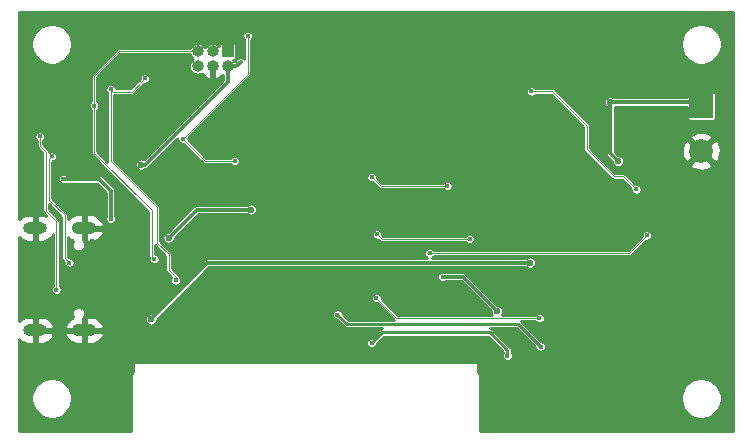
<source format=gbr>
G04 #@! TF.GenerationSoftware,KiCad,Pcbnew,(5.1.5)-3*
G04 #@! TF.CreationDate,2020-05-02T15:31:18-04:00*
G04 #@! TF.ProjectId,amp,616d702e-6b69-4636-9164-5f7063625858,0.6.0*
G04 #@! TF.SameCoordinates,Original*
G04 #@! TF.FileFunction,Copper,L2,Bot*
G04 #@! TF.FilePolarity,Positive*
%FSLAX46Y46*%
G04 Gerber Fmt 4.6, Leading zero omitted, Abs format (unit mm)*
G04 Created by KiCad (PCBNEW (5.1.5)-3) date 2020-05-02 15:31:18*
%MOMM*%
%LPD*%
G04 APERTURE LIST*
%ADD10O,2.000000X1.000000*%
%ADD11O,2.100000X1.050000*%
%ADD12O,1.000000X1.000000*%
%ADD13R,1.000000X1.000000*%
%ADD14C,1.998980*%
%ADD15R,1.998980X1.998980*%
%ADD16C,0.450000*%
%ADD17C,0.600000*%
%ADD18C,0.320000*%
%ADD19C,0.088900*%
%ADD20C,0.250000*%
%ADD21C,0.254000*%
G04 APERTURE END LIST*
D10*
X56600000Y-50580000D03*
X56600000Y-59220000D03*
D11*
X60780000Y-50580000D03*
X60780000Y-59220000D03*
D12*
X70360000Y-36870000D03*
X70360000Y-35600000D03*
X71630000Y-36870000D03*
X71630000Y-35600000D03*
X72900000Y-36870000D03*
D13*
X72900000Y-35600000D03*
D14*
X113000000Y-44060000D03*
D15*
X113000000Y-40250000D03*
D16*
X98100000Y-62750000D03*
X99500000Y-66900000D03*
X106700000Y-49200000D03*
X105300000Y-47400000D03*
X65800000Y-50600000D03*
X63700000Y-51600000D03*
X102200000Y-50000000D03*
X99300000Y-50500000D03*
X94400000Y-44600000D03*
X96300000Y-45700000D03*
D17*
X105950000Y-44900000D03*
X105300000Y-39900000D03*
X66400000Y-58300000D03*
X67900000Y-51400000D03*
X98500000Y-53500000D03*
D16*
X85500000Y-56500000D03*
X108400000Y-51200000D03*
X90000000Y-52700000D03*
X91100000Y-54700000D03*
X98600000Y-39000000D03*
X82200000Y-57900000D03*
X85100000Y-60300000D03*
X96600000Y-61400000D03*
X99400000Y-60600000D03*
X61400000Y-51700000D03*
X61200000Y-43900000D03*
X56800000Y-47400000D03*
X63500000Y-55100000D03*
X65637500Y-46162500D03*
X90050000Y-55300000D03*
X111000000Y-57700000D03*
X108300000Y-42350000D03*
X91500000Y-47000000D03*
X93400000Y-51500000D03*
X85550000Y-51100000D03*
X69100000Y-43000000D03*
X74600000Y-34300000D03*
X73500000Y-44900000D03*
D17*
X65576978Y-45200000D03*
X95700000Y-57600000D03*
X74900000Y-49000000D03*
D16*
X66700000Y-53200000D03*
X61600000Y-40200000D03*
X63000000Y-38800000D03*
X68500000Y-55000000D03*
X65900000Y-37900000D03*
X107500000Y-47300000D03*
X85100000Y-46250000D03*
X58000000Y-44500000D03*
X59500000Y-53500000D03*
X57000000Y-42800000D03*
X58400000Y-55800000D03*
X99300000Y-58200000D03*
X59000000Y-46400000D03*
X63000000Y-49800000D03*
D18*
X95500000Y-45700000D02*
X94400000Y-44600000D01*
X96300000Y-45700000D02*
X95500000Y-45700000D01*
D19*
X74600000Y-37500000D02*
X69100000Y-43000000D01*
X74600000Y-34300000D02*
X74600000Y-37500000D01*
X71000000Y-44900000D02*
X69100000Y-43000000D01*
X73500000Y-44900000D02*
X71000000Y-44900000D01*
D18*
X72900000Y-38195176D02*
X72900000Y-37577106D01*
X72900000Y-37577106D02*
X72900000Y-36870000D01*
X65895176Y-45200000D02*
X72900000Y-38195176D01*
X65576978Y-45200000D02*
X65895176Y-45200000D01*
X72900000Y-36870000D02*
X73607106Y-36870000D01*
X73607106Y-36870000D02*
X74000000Y-36477106D01*
X92800000Y-54700000D02*
X95700000Y-57600000D01*
X91100000Y-54700000D02*
X92800000Y-54700000D01*
X70300000Y-49000000D02*
X74900000Y-49000000D01*
X67900000Y-51400000D02*
X70300000Y-49000000D01*
X71200000Y-53500000D02*
X98500000Y-53500000D01*
X66400000Y-58300000D02*
X71200000Y-53500000D01*
D19*
X63700000Y-35600000D02*
X70360000Y-35600000D01*
X61600000Y-40200000D02*
X61600000Y-37700000D01*
X61600000Y-37700000D02*
X63700000Y-35600000D01*
X66475001Y-52975001D02*
X66475001Y-49075001D01*
X66700000Y-53200000D02*
X66475001Y-52975001D01*
X61600000Y-44200000D02*
X61600000Y-40200000D01*
X66475001Y-49075001D02*
X61600000Y-44200000D01*
X65675001Y-38124999D02*
X65900000Y-37900000D01*
X63224999Y-39024999D02*
X64775001Y-39024999D01*
X64775001Y-39024999D02*
X65675001Y-38124999D01*
X63000000Y-38800000D02*
X63224999Y-39024999D01*
X63000000Y-44100000D02*
X63000000Y-44000000D01*
X63000000Y-44900000D02*
X63000000Y-44000000D01*
X63000000Y-44000000D02*
X63000000Y-38800000D01*
X68500000Y-54681802D02*
X67900000Y-54081802D01*
X68500000Y-55000000D02*
X68500000Y-54681802D01*
X67900000Y-54081802D02*
X67900000Y-52800000D01*
X67900000Y-52800000D02*
X66900000Y-51800000D01*
X66900000Y-48800000D02*
X63000000Y-44900000D01*
X66900000Y-51800000D02*
X66900000Y-48800000D01*
X100400000Y-39000000D02*
X98600000Y-39000000D01*
X103300000Y-41900000D02*
X100400000Y-39000000D01*
X107500000Y-47300000D02*
X106400000Y-46200000D01*
X106400000Y-46200000D02*
X105600000Y-46200000D01*
X103300000Y-43900000D02*
X103300000Y-41900000D01*
X105600000Y-46200000D02*
X103300000Y-43900000D01*
X106900000Y-52700000D02*
X108400000Y-51200000D01*
X90000000Y-52700000D02*
X106900000Y-52700000D01*
D18*
X112650000Y-39900000D02*
X113000000Y-40250000D01*
X105300000Y-39900000D02*
X112650000Y-39900000D01*
X105300000Y-44250000D02*
X105950000Y-44900000D01*
X105300000Y-39900000D02*
X105300000Y-44250000D01*
D19*
X85850000Y-47000000D02*
X85100000Y-46250000D01*
X91500000Y-47000000D02*
X85850000Y-47000000D01*
X57775001Y-44724999D02*
X57775001Y-48175001D01*
X58000000Y-44500000D02*
X57775001Y-44724999D01*
X57775001Y-48175001D02*
X59100000Y-49500000D01*
X59100000Y-53100000D02*
X59500000Y-53500000D01*
X59100000Y-49500000D02*
X59100000Y-53100000D01*
X57000000Y-42800000D02*
X57000000Y-43600000D01*
X57000000Y-43600000D02*
X57500000Y-44100000D01*
X57500000Y-44100000D02*
X57500000Y-49100000D01*
X58400000Y-50000000D02*
X58400000Y-50200000D01*
X57500000Y-49100000D02*
X58400000Y-50000000D01*
X58400000Y-55800000D02*
X58400000Y-50200000D01*
X58400000Y-50200000D02*
X58400000Y-50100000D01*
X87200000Y-58200000D02*
X85500000Y-56500000D01*
X97800000Y-58200000D02*
X87200000Y-58200000D01*
X97800000Y-58200000D02*
X99300000Y-58200000D01*
D18*
X62024999Y-46424999D02*
X59024999Y-46424999D01*
X59024999Y-46424999D02*
X59000000Y-46400000D01*
X63000000Y-49800000D02*
X63000000Y-47400000D01*
X63000000Y-47400000D02*
X62024999Y-46424999D01*
D20*
X83000000Y-58700000D02*
X82200000Y-57900000D01*
X99400000Y-60600000D02*
X97500000Y-58700000D01*
X97500000Y-58700000D02*
X83000000Y-58700000D01*
X85324999Y-60075001D02*
X85100000Y-60300000D01*
X86000000Y-59400000D02*
X85324999Y-60075001D01*
X95100000Y-59400000D02*
X86000000Y-59400000D01*
X96600000Y-61400000D02*
X96600000Y-60900000D01*
X96600000Y-60900000D02*
X95100000Y-59400000D01*
D19*
X85950000Y-51500000D02*
X85550000Y-51100000D01*
X93400000Y-51500000D02*
X85950000Y-51500000D01*
D21*
G36*
X115723000Y-32986394D02*
G01*
X115723000Y-32986395D01*
X115723001Y-67723000D01*
X110986394Y-67723000D01*
X110945699Y-67727008D01*
X110893484Y-67742847D01*
X110883844Y-67748000D01*
X94252000Y-67748000D01*
X94252000Y-64829905D01*
X111273000Y-64829905D01*
X111273000Y-65170095D01*
X111339368Y-65503747D01*
X111469553Y-65818041D01*
X111658552Y-66100898D01*
X111899102Y-66341448D01*
X112181959Y-66530447D01*
X112496253Y-66660632D01*
X112829905Y-66727000D01*
X113170095Y-66727000D01*
X113503747Y-66660632D01*
X113818041Y-66530447D01*
X114100898Y-66341448D01*
X114341448Y-66100898D01*
X114530447Y-65818041D01*
X114660632Y-65503747D01*
X114727000Y-65170095D01*
X114727000Y-64829905D01*
X114660632Y-64496253D01*
X114530447Y-64181959D01*
X114341448Y-63899102D01*
X114100898Y-63658552D01*
X113818041Y-63469553D01*
X113503747Y-63339368D01*
X113170095Y-63273000D01*
X112829905Y-63273000D01*
X112496253Y-63339368D01*
X112181959Y-63469553D01*
X111899102Y-63658552D01*
X111658552Y-63899102D01*
X111469553Y-64181959D01*
X111339368Y-64496253D01*
X111273000Y-64829905D01*
X94252000Y-64829905D01*
X94252000Y-63012376D01*
X94253219Y-63000000D01*
X94248353Y-62950599D01*
X94233944Y-62903097D01*
X94210544Y-62859319D01*
X94179053Y-62820947D01*
X94140681Y-62789456D01*
X94127000Y-62782143D01*
X94127000Y-62000000D01*
X94124560Y-61975224D01*
X94117333Y-61951399D01*
X94105597Y-61929443D01*
X94089803Y-61910197D01*
X94070557Y-61894403D01*
X94048601Y-61882667D01*
X94024776Y-61875440D01*
X94000000Y-61873000D01*
X65000000Y-61873000D01*
X64975224Y-61875440D01*
X64951399Y-61882667D01*
X64929443Y-61894403D01*
X64910197Y-61910197D01*
X64894403Y-61929443D01*
X64882667Y-61951399D01*
X64875440Y-61975224D01*
X64873000Y-62000000D01*
X64873000Y-62782143D01*
X64859319Y-62789456D01*
X64820947Y-62820947D01*
X64789456Y-62859319D01*
X64766056Y-62903097D01*
X64751647Y-62950599D01*
X64746781Y-63000000D01*
X64748000Y-63012376D01*
X64748001Y-67748000D01*
X55277000Y-67748000D01*
X55277000Y-64829905D01*
X56273000Y-64829905D01*
X56273000Y-65170095D01*
X56339368Y-65503747D01*
X56469553Y-65818041D01*
X56658552Y-66100898D01*
X56899102Y-66341448D01*
X57181959Y-66530447D01*
X57496253Y-66660632D01*
X57829905Y-66727000D01*
X58170095Y-66727000D01*
X58503747Y-66660632D01*
X58818041Y-66530447D01*
X59100898Y-66341448D01*
X59341448Y-66100898D01*
X59530447Y-65818041D01*
X59660632Y-65503747D01*
X59727000Y-65170095D01*
X59727000Y-64829905D01*
X59660632Y-64496253D01*
X59530447Y-64181959D01*
X59341448Y-63899102D01*
X59100898Y-63658552D01*
X58818041Y-63469553D01*
X58503747Y-63339368D01*
X58170095Y-63273000D01*
X57829905Y-63273000D01*
X57496253Y-63339368D01*
X57181959Y-63469553D01*
X56899102Y-63658552D01*
X56658552Y-63899102D01*
X56469553Y-64181959D01*
X56339368Y-64496253D01*
X56273000Y-64829905D01*
X55277000Y-64829905D01*
X55277000Y-60003997D01*
X55363831Y-60093161D01*
X55548322Y-60220003D01*
X55754013Y-60308415D01*
X55973000Y-60355000D01*
X56473000Y-60355000D01*
X56473000Y-59347000D01*
X56727000Y-59347000D01*
X56727000Y-60355000D01*
X57227000Y-60355000D01*
X57445987Y-60308415D01*
X57651678Y-60220003D01*
X57836169Y-60093161D01*
X57992369Y-59932764D01*
X58114276Y-59744976D01*
X58192710Y-59525810D01*
X59136036Y-59525810D01*
X59219937Y-59758864D01*
X59344953Y-59950441D01*
X59504941Y-60113947D01*
X59693754Y-60243099D01*
X59904135Y-60332934D01*
X60128000Y-60380000D01*
X60653000Y-60380000D01*
X60653000Y-59347000D01*
X60907000Y-59347000D01*
X60907000Y-60380000D01*
X61432000Y-60380000D01*
X61655865Y-60332934D01*
X61866246Y-60243099D01*
X62055059Y-60113947D01*
X62215047Y-59950441D01*
X62340063Y-59758864D01*
X62423964Y-59525810D01*
X62298163Y-59347000D01*
X60907000Y-59347000D01*
X60653000Y-59347000D01*
X59261837Y-59347000D01*
X59136036Y-59525810D01*
X58192710Y-59525810D01*
X58194119Y-59521874D01*
X58067954Y-59347000D01*
X56727000Y-59347000D01*
X56473000Y-59347000D01*
X56453000Y-59347000D01*
X56453000Y-59093000D01*
X56473000Y-59093000D01*
X56473000Y-58085000D01*
X56727000Y-58085000D01*
X56727000Y-59093000D01*
X58067954Y-59093000D01*
X58194119Y-58918126D01*
X58192711Y-58914190D01*
X59136036Y-58914190D01*
X59261837Y-59093000D01*
X60653000Y-59093000D01*
X60653000Y-58197646D01*
X60708766Y-58141880D01*
X60763476Y-58060000D01*
X60907000Y-58060000D01*
X60907000Y-59093000D01*
X62298163Y-59093000D01*
X62423964Y-58914190D01*
X62340063Y-58681136D01*
X62215047Y-58489559D01*
X62055059Y-58326053D01*
X61941089Y-58248095D01*
X65873000Y-58248095D01*
X65873000Y-58351905D01*
X65893252Y-58453720D01*
X65932979Y-58549628D01*
X65990652Y-58635943D01*
X66064057Y-58709348D01*
X66150372Y-58767021D01*
X66246280Y-58806748D01*
X66348095Y-58827000D01*
X66451905Y-58827000D01*
X66553720Y-58806748D01*
X66649628Y-58767021D01*
X66735943Y-58709348D01*
X66809348Y-58635943D01*
X66867021Y-58549628D01*
X66906748Y-58453720D01*
X66927000Y-58351905D01*
X66927000Y-58320300D01*
X67391818Y-57855482D01*
X81748000Y-57855482D01*
X81748000Y-57944518D01*
X81765370Y-58031844D01*
X81799443Y-58114102D01*
X81848909Y-58188133D01*
X81911867Y-58251091D01*
X81985898Y-58300557D01*
X82068156Y-58334630D01*
X82153879Y-58351681D01*
X82738870Y-58936673D01*
X82749894Y-58950106D01*
X82803493Y-58994093D01*
X82864644Y-59026779D01*
X82930996Y-59046907D01*
X82982708Y-59052000D01*
X82982711Y-59052000D01*
X83000000Y-59053703D01*
X83017289Y-59052000D01*
X85942094Y-59052000D01*
X85930996Y-59053093D01*
X85880086Y-59068536D01*
X85864643Y-59073221D01*
X85827640Y-59093000D01*
X85803493Y-59105907D01*
X85749894Y-59149894D01*
X85738870Y-59163327D01*
X85088330Y-59813868D01*
X85088325Y-59813872D01*
X85053878Y-59848319D01*
X84968156Y-59865370D01*
X84885898Y-59899443D01*
X84811867Y-59948909D01*
X84748909Y-60011867D01*
X84699443Y-60085898D01*
X84665370Y-60168156D01*
X84648000Y-60255482D01*
X84648000Y-60344518D01*
X84665370Y-60431844D01*
X84699443Y-60514102D01*
X84748909Y-60588133D01*
X84811867Y-60651091D01*
X84885898Y-60700557D01*
X84968156Y-60734630D01*
X85055482Y-60752000D01*
X85144518Y-60752000D01*
X85231844Y-60734630D01*
X85314102Y-60700557D01*
X85388133Y-60651091D01*
X85451091Y-60588133D01*
X85500557Y-60514102D01*
X85534630Y-60431844D01*
X85551681Y-60346122D01*
X85586128Y-60311675D01*
X85586132Y-60311670D01*
X86145803Y-59752000D01*
X94954198Y-59752000D01*
X96248001Y-61045804D01*
X96248001Y-61113227D01*
X96199443Y-61185898D01*
X96165370Y-61268156D01*
X96148000Y-61355482D01*
X96148000Y-61444518D01*
X96165370Y-61531844D01*
X96199443Y-61614102D01*
X96248909Y-61688133D01*
X96311867Y-61751091D01*
X96385898Y-61800557D01*
X96468156Y-61834630D01*
X96555482Y-61852000D01*
X96644518Y-61852000D01*
X96731844Y-61834630D01*
X96814102Y-61800557D01*
X96888133Y-61751091D01*
X96951091Y-61688133D01*
X97000557Y-61614102D01*
X97034630Y-61531844D01*
X97052000Y-61444518D01*
X97052000Y-61355482D01*
X97034630Y-61268156D01*
X97000557Y-61185898D01*
X96952000Y-61113227D01*
X96952000Y-60917288D01*
X96953703Y-60899999D01*
X96952000Y-60882708D01*
X96946907Y-60830996D01*
X96926779Y-60764644D01*
X96909247Y-60731844D01*
X96894093Y-60703492D01*
X96861128Y-60663325D01*
X96850106Y-60649894D01*
X96836673Y-60638870D01*
X95361135Y-59163333D01*
X95350106Y-59149894D01*
X95296507Y-59105907D01*
X95235356Y-59073221D01*
X95169004Y-59053093D01*
X95157906Y-59052000D01*
X97354198Y-59052000D01*
X98948319Y-60646123D01*
X98965370Y-60731844D01*
X98999443Y-60814102D01*
X99048909Y-60888133D01*
X99111867Y-60951091D01*
X99185898Y-61000557D01*
X99268156Y-61034630D01*
X99355482Y-61052000D01*
X99444518Y-61052000D01*
X99531844Y-61034630D01*
X99614102Y-61000557D01*
X99688133Y-60951091D01*
X99751091Y-60888133D01*
X99800557Y-60814102D01*
X99834630Y-60731844D01*
X99852000Y-60644518D01*
X99852000Y-60555482D01*
X99834630Y-60468156D01*
X99800557Y-60385898D01*
X99751091Y-60311867D01*
X99688133Y-60248909D01*
X99614102Y-60199443D01*
X99531844Y-60165370D01*
X99446123Y-60148319D01*
X97769252Y-58471450D01*
X98937762Y-58471450D01*
X98948909Y-58488133D01*
X99011867Y-58551091D01*
X99085898Y-58600557D01*
X99168156Y-58634630D01*
X99255482Y-58652000D01*
X99344518Y-58652000D01*
X99431844Y-58634630D01*
X99514102Y-58600557D01*
X99588133Y-58551091D01*
X99651091Y-58488133D01*
X99700557Y-58414102D01*
X99734630Y-58331844D01*
X99752000Y-58244518D01*
X99752000Y-58155482D01*
X99734630Y-58068156D01*
X99700557Y-57985898D01*
X99651091Y-57911867D01*
X99588133Y-57848909D01*
X99514102Y-57799443D01*
X99431844Y-57765370D01*
X99344518Y-57748000D01*
X99255482Y-57748000D01*
X99168156Y-57765370D01*
X99085898Y-57799443D01*
X99011867Y-57848909D01*
X98948909Y-57911867D01*
X98937762Y-57928550D01*
X96114288Y-57928550D01*
X96167021Y-57849628D01*
X96206748Y-57753720D01*
X96227000Y-57651905D01*
X96227000Y-57548095D01*
X96206748Y-57446280D01*
X96167021Y-57350372D01*
X96109348Y-57264057D01*
X96035943Y-57190652D01*
X95949628Y-57132979D01*
X95853720Y-57093252D01*
X95751905Y-57073000D01*
X95720301Y-57073000D01*
X93087093Y-54439793D01*
X93074974Y-54425026D01*
X93016046Y-54376665D01*
X92948815Y-54340729D01*
X92875865Y-54318600D01*
X92819007Y-54313000D01*
X92818996Y-54313000D01*
X92800000Y-54311129D01*
X92781004Y-54313000D01*
X91334391Y-54313000D01*
X91314102Y-54299443D01*
X91231844Y-54265370D01*
X91144518Y-54248000D01*
X91055482Y-54248000D01*
X90968156Y-54265370D01*
X90885898Y-54299443D01*
X90811867Y-54348909D01*
X90748909Y-54411867D01*
X90699443Y-54485898D01*
X90665370Y-54568156D01*
X90648000Y-54655482D01*
X90648000Y-54744518D01*
X90665370Y-54831844D01*
X90699443Y-54914102D01*
X90748909Y-54988133D01*
X90811867Y-55051091D01*
X90885898Y-55100557D01*
X90968156Y-55134630D01*
X91055482Y-55152000D01*
X91144518Y-55152000D01*
X91231844Y-55134630D01*
X91314102Y-55100557D01*
X91334391Y-55087000D01*
X92639700Y-55087000D01*
X95173000Y-57620301D01*
X95173000Y-57651905D01*
X95193252Y-57753720D01*
X95232979Y-57849628D01*
X95285712Y-57928550D01*
X87312438Y-57928550D01*
X85948085Y-56564198D01*
X85952000Y-56544518D01*
X85952000Y-56455482D01*
X85934630Y-56368156D01*
X85900557Y-56285898D01*
X85851091Y-56211867D01*
X85788133Y-56148909D01*
X85714102Y-56099443D01*
X85631844Y-56065370D01*
X85544518Y-56048000D01*
X85455482Y-56048000D01*
X85368156Y-56065370D01*
X85285898Y-56099443D01*
X85211867Y-56148909D01*
X85148909Y-56211867D01*
X85099443Y-56285898D01*
X85065370Y-56368156D01*
X85048000Y-56455482D01*
X85048000Y-56544518D01*
X85065370Y-56631844D01*
X85099443Y-56714102D01*
X85148909Y-56788133D01*
X85211867Y-56851091D01*
X85285898Y-56900557D01*
X85368156Y-56934630D01*
X85455482Y-56952000D01*
X85544518Y-56952000D01*
X85564198Y-56948085D01*
X86964112Y-58348000D01*
X83145803Y-58348000D01*
X82651681Y-57853879D01*
X82634630Y-57768156D01*
X82600557Y-57685898D01*
X82551091Y-57611867D01*
X82488133Y-57548909D01*
X82414102Y-57499443D01*
X82331844Y-57465370D01*
X82244518Y-57448000D01*
X82155482Y-57448000D01*
X82068156Y-57465370D01*
X81985898Y-57499443D01*
X81911867Y-57548909D01*
X81848909Y-57611867D01*
X81799443Y-57685898D01*
X81765370Y-57768156D01*
X81748000Y-57855482D01*
X67391818Y-57855482D01*
X71360301Y-53887000D01*
X98141709Y-53887000D01*
X98164057Y-53909348D01*
X98250372Y-53967021D01*
X98346280Y-54006748D01*
X98448095Y-54027000D01*
X98551905Y-54027000D01*
X98653720Y-54006748D01*
X98749628Y-53967021D01*
X98835943Y-53909348D01*
X98909348Y-53835943D01*
X98967021Y-53749628D01*
X99006748Y-53653720D01*
X99027000Y-53551905D01*
X99027000Y-53448095D01*
X99006748Y-53346280D01*
X98967021Y-53250372D01*
X98909348Y-53164057D01*
X98835943Y-53090652D01*
X98749628Y-53032979D01*
X98653720Y-52993252D01*
X98551905Y-52973000D01*
X98448095Y-52973000D01*
X98346280Y-52993252D01*
X98250372Y-53032979D01*
X98164057Y-53090652D01*
X98141709Y-53113000D01*
X90184062Y-53113000D01*
X90214102Y-53100557D01*
X90288133Y-53051091D01*
X90351091Y-52988133D01*
X90362238Y-52971450D01*
X106886671Y-52971450D01*
X106900000Y-52972763D01*
X106913329Y-52971450D01*
X106913331Y-52971450D01*
X106953213Y-52967522D01*
X107004382Y-52952000D01*
X107051539Y-52926794D01*
X107092873Y-52892873D01*
X107101380Y-52882508D01*
X108335802Y-51648086D01*
X108355482Y-51652000D01*
X108444518Y-51652000D01*
X108531844Y-51634630D01*
X108614102Y-51600557D01*
X108688133Y-51551091D01*
X108751091Y-51488133D01*
X108800557Y-51414102D01*
X108834630Y-51331844D01*
X108852000Y-51244518D01*
X108852000Y-51155482D01*
X108834630Y-51068156D01*
X108800557Y-50985898D01*
X108751091Y-50911867D01*
X108688133Y-50848909D01*
X108614102Y-50799443D01*
X108531844Y-50765370D01*
X108444518Y-50748000D01*
X108355482Y-50748000D01*
X108268156Y-50765370D01*
X108185898Y-50799443D01*
X108111867Y-50848909D01*
X108048909Y-50911867D01*
X107999443Y-50985898D01*
X107965370Y-51068156D01*
X107948000Y-51155482D01*
X107948000Y-51244518D01*
X107951914Y-51264198D01*
X106787563Y-52428550D01*
X90362238Y-52428550D01*
X90351091Y-52411867D01*
X90288133Y-52348909D01*
X90214102Y-52299443D01*
X90131844Y-52265370D01*
X90044518Y-52248000D01*
X89955482Y-52248000D01*
X89868156Y-52265370D01*
X89785898Y-52299443D01*
X89711867Y-52348909D01*
X89648909Y-52411867D01*
X89599443Y-52485898D01*
X89565370Y-52568156D01*
X89548000Y-52655482D01*
X89548000Y-52744518D01*
X89565370Y-52831844D01*
X89599443Y-52914102D01*
X89648909Y-52988133D01*
X89711867Y-53051091D01*
X89785898Y-53100557D01*
X89815938Y-53113000D01*
X71218996Y-53113000D01*
X71199999Y-53111129D01*
X71181003Y-53113000D01*
X71180993Y-53113000D01*
X71124135Y-53118600D01*
X71051185Y-53140729D01*
X71007542Y-53164057D01*
X70983954Y-53176665D01*
X70950181Y-53204382D01*
X70925026Y-53225026D01*
X70912912Y-53239787D01*
X66379700Y-57773000D01*
X66348095Y-57773000D01*
X66246280Y-57793252D01*
X66150372Y-57832979D01*
X66064057Y-57890652D01*
X65990652Y-57964057D01*
X65932979Y-58050372D01*
X65893252Y-58146280D01*
X65873000Y-58248095D01*
X61941089Y-58248095D01*
X61866246Y-58196901D01*
X61655865Y-58107066D01*
X61432000Y-58060000D01*
X60907000Y-58060000D01*
X60763476Y-58060000D01*
X60769176Y-58051470D01*
X60810787Y-57951012D01*
X60832000Y-57844367D01*
X60832000Y-57735633D01*
X60810787Y-57628988D01*
X60769176Y-57528530D01*
X60708766Y-57438120D01*
X60631880Y-57361234D01*
X60541470Y-57300824D01*
X60441012Y-57259213D01*
X60334367Y-57238000D01*
X60225633Y-57238000D01*
X60118988Y-57259213D01*
X60018530Y-57300824D01*
X59928120Y-57361234D01*
X59851234Y-57438120D01*
X59790824Y-57528530D01*
X59749213Y-57628988D01*
X59728000Y-57735633D01*
X59728000Y-57844367D01*
X59749213Y-57951012D01*
X59790824Y-58051470D01*
X59844879Y-58132369D01*
X59693754Y-58196901D01*
X59504941Y-58326053D01*
X59344953Y-58489559D01*
X59219937Y-58681136D01*
X59136036Y-58914190D01*
X58192711Y-58914190D01*
X58114276Y-58695024D01*
X57992369Y-58507236D01*
X57836169Y-58346839D01*
X57651678Y-58219997D01*
X57445987Y-58131585D01*
X57227000Y-58085000D01*
X56727000Y-58085000D01*
X56473000Y-58085000D01*
X55973000Y-58085000D01*
X55754013Y-58131585D01*
X55548322Y-58219997D01*
X55363831Y-58346839D01*
X55277000Y-58436003D01*
X55277000Y-51363997D01*
X55363831Y-51453161D01*
X55548322Y-51580003D01*
X55754013Y-51668415D01*
X55973000Y-51715000D01*
X56473000Y-51715000D01*
X56473000Y-50707000D01*
X56453000Y-50707000D01*
X56453000Y-50453000D01*
X56473000Y-50453000D01*
X56473000Y-49445000D01*
X55973000Y-49445000D01*
X55754013Y-49491585D01*
X55548322Y-49579997D01*
X55363831Y-49706839D01*
X55277000Y-49796003D01*
X55277000Y-42755482D01*
X56548000Y-42755482D01*
X56548000Y-42844518D01*
X56565370Y-42931844D01*
X56599443Y-43014102D01*
X56648909Y-43088133D01*
X56711867Y-43151091D01*
X56728550Y-43162239D01*
X56728551Y-43586662D01*
X56727237Y-43600000D01*
X56732479Y-43653213D01*
X56748000Y-43704381D01*
X56771315Y-43748000D01*
X56773207Y-43751539D01*
X56807128Y-43792873D01*
X56817488Y-43801375D01*
X57228550Y-44212438D01*
X57228551Y-49086661D01*
X57227237Y-49100000D01*
X57232479Y-49153213D01*
X57248000Y-49204381D01*
X57271315Y-49248000D01*
X57273207Y-49251539D01*
X57307128Y-49292873D01*
X57317488Y-49301375D01*
X57554219Y-49538106D01*
X57445987Y-49491585D01*
X57227000Y-49445000D01*
X56727000Y-49445000D01*
X56727000Y-50453000D01*
X56747000Y-50453000D01*
X56747000Y-50707000D01*
X56727000Y-50707000D01*
X56727000Y-51715000D01*
X57227000Y-51715000D01*
X57445987Y-51668415D01*
X57651678Y-51580003D01*
X57836169Y-51453161D01*
X57992369Y-51292764D01*
X58114276Y-51104976D01*
X58128551Y-51065088D01*
X58128550Y-55437762D01*
X58111867Y-55448909D01*
X58048909Y-55511867D01*
X57999443Y-55585898D01*
X57965370Y-55668156D01*
X57948000Y-55755482D01*
X57948000Y-55844518D01*
X57965370Y-55931844D01*
X57999443Y-56014102D01*
X58048909Y-56088133D01*
X58111867Y-56151091D01*
X58185898Y-56200557D01*
X58268156Y-56234630D01*
X58355482Y-56252000D01*
X58444518Y-56252000D01*
X58531844Y-56234630D01*
X58614102Y-56200557D01*
X58688133Y-56151091D01*
X58751091Y-56088133D01*
X58800557Y-56014102D01*
X58834630Y-55931844D01*
X58852000Y-55844518D01*
X58852000Y-55755482D01*
X58834630Y-55668156D01*
X58800557Y-55585898D01*
X58751091Y-55511867D01*
X58688133Y-55448909D01*
X58671450Y-55437762D01*
X58671450Y-50013328D01*
X58672763Y-49999999D01*
X58670124Y-49973206D01*
X58667522Y-49946787D01*
X58652000Y-49895618D01*
X58626794Y-49848461D01*
X58592873Y-49807127D01*
X58582513Y-49798625D01*
X57771450Y-48987563D01*
X57771450Y-48555337D01*
X58828550Y-49612438D01*
X58828551Y-53086661D01*
X58827237Y-53100000D01*
X58832479Y-53153213D01*
X58848000Y-53204381D01*
X58852559Y-53212910D01*
X58873207Y-53251539D01*
X58907128Y-53292873D01*
X58917488Y-53301375D01*
X59051915Y-53435802D01*
X59048000Y-53455482D01*
X59048000Y-53544518D01*
X59065370Y-53631844D01*
X59099443Y-53714102D01*
X59148909Y-53788133D01*
X59211867Y-53851091D01*
X59285898Y-53900557D01*
X59368156Y-53934630D01*
X59455482Y-53952000D01*
X59544518Y-53952000D01*
X59631844Y-53934630D01*
X59714102Y-53900557D01*
X59788133Y-53851091D01*
X59851091Y-53788133D01*
X59900557Y-53714102D01*
X59934630Y-53631844D01*
X59952000Y-53544518D01*
X59952000Y-53455482D01*
X59934630Y-53368156D01*
X59900557Y-53285898D01*
X59851091Y-53211867D01*
X59788133Y-53148909D01*
X59714102Y-53099443D01*
X59631844Y-53065370D01*
X59544518Y-53048000D01*
X59455482Y-53048000D01*
X59435802Y-53051915D01*
X59371450Y-52987563D01*
X59371450Y-51337521D01*
X59504941Y-51473947D01*
X59693754Y-51603099D01*
X59844879Y-51667631D01*
X59790824Y-51748530D01*
X59749213Y-51848988D01*
X59728000Y-51955633D01*
X59728000Y-52064367D01*
X59749213Y-52171012D01*
X59790824Y-52271470D01*
X59851234Y-52361880D01*
X59928120Y-52438766D01*
X60018530Y-52499176D01*
X60118988Y-52540787D01*
X60225633Y-52562000D01*
X60334367Y-52562000D01*
X60441012Y-52540787D01*
X60541470Y-52499176D01*
X60631880Y-52438766D01*
X60708766Y-52361880D01*
X60769176Y-52271470D01*
X60810787Y-52171012D01*
X60832000Y-52064367D01*
X60832000Y-51955633D01*
X60810787Y-51848988D01*
X60769176Y-51748530D01*
X60708766Y-51658120D01*
X60653000Y-51602354D01*
X60653000Y-50707000D01*
X60907000Y-50707000D01*
X60907000Y-51740000D01*
X61432000Y-51740000D01*
X61655865Y-51692934D01*
X61866246Y-51603099D01*
X62055059Y-51473947D01*
X62215047Y-51310441D01*
X62340063Y-51118864D01*
X62423964Y-50885810D01*
X62298163Y-50707000D01*
X60907000Y-50707000D01*
X60653000Y-50707000D01*
X60633000Y-50707000D01*
X60633000Y-50453000D01*
X60653000Y-50453000D01*
X60653000Y-49420000D01*
X60907000Y-49420000D01*
X60907000Y-50453000D01*
X62298163Y-50453000D01*
X62423964Y-50274190D01*
X62340063Y-50041136D01*
X62215047Y-49849559D01*
X62055059Y-49686053D01*
X61866246Y-49556901D01*
X61655865Y-49467066D01*
X61432000Y-49420000D01*
X60907000Y-49420000D01*
X60653000Y-49420000D01*
X60128000Y-49420000D01*
X59904135Y-49467066D01*
X59693754Y-49556901D01*
X59504941Y-49686053D01*
X59371450Y-49822479D01*
X59371450Y-49513331D01*
X59372763Y-49500000D01*
X59367522Y-49446786D01*
X59352000Y-49395618D01*
X59326794Y-49348460D01*
X59314627Y-49333634D01*
X59292873Y-49307127D01*
X59282513Y-49298625D01*
X58046451Y-48062564D01*
X58046451Y-46355482D01*
X58548000Y-46355482D01*
X58548000Y-46444518D01*
X58565370Y-46531844D01*
X58599443Y-46614102D01*
X58648909Y-46688133D01*
X58711867Y-46751091D01*
X58785898Y-46800557D01*
X58868156Y-46834630D01*
X58955482Y-46852000D01*
X59044518Y-46852000D01*
X59131844Y-46834630D01*
X59186479Y-46811999D01*
X61864699Y-46811999D01*
X62613001Y-47560302D01*
X62613000Y-49565608D01*
X62599443Y-49585898D01*
X62565370Y-49668156D01*
X62548000Y-49755482D01*
X62548000Y-49844518D01*
X62565370Y-49931844D01*
X62599443Y-50014102D01*
X62648909Y-50088133D01*
X62711867Y-50151091D01*
X62785898Y-50200557D01*
X62868156Y-50234630D01*
X62955482Y-50252000D01*
X63044518Y-50252000D01*
X63131844Y-50234630D01*
X63214102Y-50200557D01*
X63288133Y-50151091D01*
X63351091Y-50088133D01*
X63400557Y-50014102D01*
X63434630Y-49931844D01*
X63452000Y-49844518D01*
X63452000Y-49755482D01*
X63434630Y-49668156D01*
X63400557Y-49585898D01*
X63387000Y-49565609D01*
X63387000Y-47419007D01*
X63388872Y-47400000D01*
X63381400Y-47324135D01*
X63359271Y-47251185D01*
X63323335Y-47183954D01*
X63287090Y-47139789D01*
X63287088Y-47139787D01*
X63274974Y-47125026D01*
X63260213Y-47112912D01*
X62312092Y-46164792D01*
X62299973Y-46150025D01*
X62241045Y-46101664D01*
X62173814Y-46065728D01*
X62100864Y-46043599D01*
X62044006Y-46037999D01*
X62043995Y-46037999D01*
X62024999Y-46036128D01*
X62006003Y-46037999D01*
X59271805Y-46037999D01*
X59214102Y-45999443D01*
X59131844Y-45965370D01*
X59044518Y-45948000D01*
X58955482Y-45948000D01*
X58868156Y-45965370D01*
X58785898Y-45999443D01*
X58711867Y-46048909D01*
X58648909Y-46111867D01*
X58599443Y-46185898D01*
X58565370Y-46268156D01*
X58548000Y-46355482D01*
X58046451Y-46355482D01*
X58046451Y-44951616D01*
X58131844Y-44934630D01*
X58214102Y-44900557D01*
X58288133Y-44851091D01*
X58351091Y-44788133D01*
X58400557Y-44714102D01*
X58434630Y-44631844D01*
X58452000Y-44544518D01*
X58452000Y-44455482D01*
X58434630Y-44368156D01*
X58400557Y-44285898D01*
X58351091Y-44211867D01*
X58288133Y-44148909D01*
X58214102Y-44099443D01*
X58131844Y-44065370D01*
X58044518Y-44048000D01*
X57955482Y-44048000D01*
X57868156Y-44065370D01*
X57785898Y-44099443D01*
X57771896Y-44108799D01*
X57772763Y-44100000D01*
X57768823Y-44060000D01*
X57767522Y-44046787D01*
X57752000Y-43995618D01*
X57747217Y-43986669D01*
X57726794Y-43948460D01*
X57708907Y-43926665D01*
X57692873Y-43907127D01*
X57682513Y-43898625D01*
X57271450Y-43487563D01*
X57271450Y-43162238D01*
X57288133Y-43151091D01*
X57351091Y-43088133D01*
X57400557Y-43014102D01*
X57434630Y-42931844D01*
X57452000Y-42844518D01*
X57452000Y-42755482D01*
X57434630Y-42668156D01*
X57400557Y-42585898D01*
X57351091Y-42511867D01*
X57288133Y-42448909D01*
X57214102Y-42399443D01*
X57131844Y-42365370D01*
X57044518Y-42348000D01*
X56955482Y-42348000D01*
X56868156Y-42365370D01*
X56785898Y-42399443D01*
X56711867Y-42448909D01*
X56648909Y-42511867D01*
X56599443Y-42585898D01*
X56565370Y-42668156D01*
X56548000Y-42755482D01*
X55277000Y-42755482D01*
X55277000Y-40155482D01*
X61148000Y-40155482D01*
X61148000Y-40244518D01*
X61165370Y-40331844D01*
X61199443Y-40414102D01*
X61248909Y-40488133D01*
X61311867Y-40551091D01*
X61328551Y-40562239D01*
X61328550Y-44186671D01*
X61327237Y-44200000D01*
X61328550Y-44213329D01*
X61328550Y-44213330D01*
X61332478Y-44253212D01*
X61348000Y-44304381D01*
X61373206Y-44351539D01*
X61407127Y-44392873D01*
X61417493Y-44401380D01*
X66203552Y-49187440D01*
X66203551Y-52961672D01*
X66202238Y-52975001D01*
X66203551Y-52988330D01*
X66203551Y-52988331D01*
X66207479Y-53028213D01*
X66223001Y-53079382D01*
X66248207Y-53126540D01*
X66252674Y-53131983D01*
X66248000Y-53155482D01*
X66248000Y-53244518D01*
X66265370Y-53331844D01*
X66299443Y-53414102D01*
X66348909Y-53488133D01*
X66411867Y-53551091D01*
X66485898Y-53600557D01*
X66568156Y-53634630D01*
X66655482Y-53652000D01*
X66744518Y-53652000D01*
X66831844Y-53634630D01*
X66914102Y-53600557D01*
X66988133Y-53551091D01*
X67051091Y-53488133D01*
X67100557Y-53414102D01*
X67134630Y-53331844D01*
X67152000Y-53244518D01*
X67152000Y-53155482D01*
X67134630Y-53068156D01*
X67100557Y-52985898D01*
X67051091Y-52911867D01*
X66988133Y-52848909D01*
X66914102Y-52799443D01*
X66831844Y-52765370D01*
X66746451Y-52748384D01*
X66746451Y-52030338D01*
X67628551Y-52912439D01*
X67628550Y-54068473D01*
X67627237Y-54081802D01*
X67628550Y-54095131D01*
X67628550Y-54095132D01*
X67632478Y-54135014D01*
X67648000Y-54186183D01*
X67673206Y-54233341D01*
X67707127Y-54274675D01*
X67717492Y-54283181D01*
X68147815Y-54713505D01*
X68099443Y-54785898D01*
X68065370Y-54868156D01*
X68048000Y-54955482D01*
X68048000Y-55044518D01*
X68065370Y-55131844D01*
X68099443Y-55214102D01*
X68148909Y-55288133D01*
X68211867Y-55351091D01*
X68285898Y-55400557D01*
X68368156Y-55434630D01*
X68455482Y-55452000D01*
X68544518Y-55452000D01*
X68631844Y-55434630D01*
X68714102Y-55400557D01*
X68788133Y-55351091D01*
X68851091Y-55288133D01*
X68900557Y-55214102D01*
X68934630Y-55131844D01*
X68952000Y-55044518D01*
X68952000Y-54955482D01*
X68934630Y-54868156D01*
X68900557Y-54785898D01*
X68851091Y-54711867D01*
X68788133Y-54648909D01*
X68768212Y-54635598D01*
X68767522Y-54628589D01*
X68752000Y-54577420D01*
X68726794Y-54530263D01*
X68692873Y-54488929D01*
X68682513Y-54480427D01*
X68171450Y-53969365D01*
X68171450Y-52813331D01*
X68172763Y-52800000D01*
X68167522Y-52746786D01*
X68152000Y-52695618D01*
X68126794Y-52648460D01*
X68114627Y-52633634D01*
X68092873Y-52607127D01*
X68082513Y-52598625D01*
X67171450Y-51687563D01*
X67171450Y-51348095D01*
X67373000Y-51348095D01*
X67373000Y-51451905D01*
X67393252Y-51553720D01*
X67432979Y-51649628D01*
X67490652Y-51735943D01*
X67564057Y-51809348D01*
X67650372Y-51867021D01*
X67746280Y-51906748D01*
X67848095Y-51927000D01*
X67951905Y-51927000D01*
X68053720Y-51906748D01*
X68149628Y-51867021D01*
X68235943Y-51809348D01*
X68309348Y-51735943D01*
X68367021Y-51649628D01*
X68406748Y-51553720D01*
X68427000Y-51451905D01*
X68427000Y-51420300D01*
X68791818Y-51055482D01*
X85098000Y-51055482D01*
X85098000Y-51144518D01*
X85115370Y-51231844D01*
X85149443Y-51314102D01*
X85198909Y-51388133D01*
X85261867Y-51451091D01*
X85335898Y-51500557D01*
X85418156Y-51534630D01*
X85505482Y-51552000D01*
X85594518Y-51552000D01*
X85614198Y-51548085D01*
X85748625Y-51682513D01*
X85757127Y-51692873D01*
X85798461Y-51726794D01*
X85845618Y-51752000D01*
X85896787Y-51767522D01*
X85936669Y-51771450D01*
X85936670Y-51771450D01*
X85949999Y-51772763D01*
X85963328Y-51771450D01*
X93037762Y-51771450D01*
X93048909Y-51788133D01*
X93111867Y-51851091D01*
X93185898Y-51900557D01*
X93268156Y-51934630D01*
X93355482Y-51952000D01*
X93444518Y-51952000D01*
X93531844Y-51934630D01*
X93614102Y-51900557D01*
X93688133Y-51851091D01*
X93751091Y-51788133D01*
X93800557Y-51714102D01*
X93834630Y-51631844D01*
X93852000Y-51544518D01*
X93852000Y-51455482D01*
X93834630Y-51368156D01*
X93800557Y-51285898D01*
X93751091Y-51211867D01*
X93688133Y-51148909D01*
X93614102Y-51099443D01*
X93531844Y-51065370D01*
X93444518Y-51048000D01*
X93355482Y-51048000D01*
X93268156Y-51065370D01*
X93185898Y-51099443D01*
X93111867Y-51148909D01*
X93048909Y-51211867D01*
X93037762Y-51228550D01*
X86062438Y-51228550D01*
X85998085Y-51164198D01*
X86002000Y-51144518D01*
X86002000Y-51055482D01*
X85984630Y-50968156D01*
X85950557Y-50885898D01*
X85901091Y-50811867D01*
X85838133Y-50748909D01*
X85764102Y-50699443D01*
X85681844Y-50665370D01*
X85594518Y-50648000D01*
X85505482Y-50648000D01*
X85418156Y-50665370D01*
X85335898Y-50699443D01*
X85261867Y-50748909D01*
X85198909Y-50811867D01*
X85149443Y-50885898D01*
X85115370Y-50968156D01*
X85098000Y-51055482D01*
X68791818Y-51055482D01*
X70460301Y-49387000D01*
X74541709Y-49387000D01*
X74564057Y-49409348D01*
X74650372Y-49467021D01*
X74746280Y-49506748D01*
X74848095Y-49527000D01*
X74951905Y-49527000D01*
X75053720Y-49506748D01*
X75149628Y-49467021D01*
X75235943Y-49409348D01*
X75309348Y-49335943D01*
X75367021Y-49249628D01*
X75406748Y-49153720D01*
X75427000Y-49051905D01*
X75427000Y-48948095D01*
X75406748Y-48846280D01*
X75367021Y-48750372D01*
X75309348Y-48664057D01*
X75235943Y-48590652D01*
X75149628Y-48532979D01*
X75053720Y-48493252D01*
X74951905Y-48473000D01*
X74848095Y-48473000D01*
X74746280Y-48493252D01*
X74650372Y-48532979D01*
X74564057Y-48590652D01*
X74541709Y-48613000D01*
X70319007Y-48613000D01*
X70300000Y-48611128D01*
X70280993Y-48613000D01*
X70224135Y-48618600D01*
X70151185Y-48640729D01*
X70083954Y-48676665D01*
X70025026Y-48725026D01*
X70012912Y-48739787D01*
X67879700Y-50873000D01*
X67848095Y-50873000D01*
X67746280Y-50893252D01*
X67650372Y-50932979D01*
X67564057Y-50990652D01*
X67490652Y-51064057D01*
X67432979Y-51150372D01*
X67393252Y-51246280D01*
X67373000Y-51348095D01*
X67171450Y-51348095D01*
X67171450Y-48813329D01*
X67172763Y-48800000D01*
X67171450Y-48786669D01*
X67167522Y-48746787D01*
X67152000Y-48695618D01*
X67126794Y-48648461D01*
X67092873Y-48607127D01*
X67082513Y-48598625D01*
X64689370Y-46205482D01*
X84648000Y-46205482D01*
X84648000Y-46294518D01*
X84665370Y-46381844D01*
X84699443Y-46464102D01*
X84748909Y-46538133D01*
X84811867Y-46601091D01*
X84885898Y-46650557D01*
X84968156Y-46684630D01*
X85055482Y-46702000D01*
X85144518Y-46702000D01*
X85164198Y-46698085D01*
X85648625Y-47182513D01*
X85657127Y-47192873D01*
X85698461Y-47226794D01*
X85745618Y-47252000D01*
X85796787Y-47267522D01*
X85836669Y-47271450D01*
X85836670Y-47271450D01*
X85849999Y-47272763D01*
X85863328Y-47271450D01*
X91137762Y-47271450D01*
X91148909Y-47288133D01*
X91211867Y-47351091D01*
X91285898Y-47400557D01*
X91368156Y-47434630D01*
X91455482Y-47452000D01*
X91544518Y-47452000D01*
X91631844Y-47434630D01*
X91714102Y-47400557D01*
X91788133Y-47351091D01*
X91851091Y-47288133D01*
X91900557Y-47214102D01*
X91934630Y-47131844D01*
X91952000Y-47044518D01*
X91952000Y-46955482D01*
X91934630Y-46868156D01*
X91900557Y-46785898D01*
X91851091Y-46711867D01*
X91788133Y-46648909D01*
X91714102Y-46599443D01*
X91631844Y-46565370D01*
X91544518Y-46548000D01*
X91455482Y-46548000D01*
X91368156Y-46565370D01*
X91285898Y-46599443D01*
X91211867Y-46648909D01*
X91148909Y-46711867D01*
X91137762Y-46728550D01*
X85962438Y-46728550D01*
X85548085Y-46314198D01*
X85552000Y-46294518D01*
X85552000Y-46205482D01*
X85534630Y-46118156D01*
X85500557Y-46035898D01*
X85451091Y-45961867D01*
X85388133Y-45898909D01*
X85314102Y-45849443D01*
X85231844Y-45815370D01*
X85144518Y-45798000D01*
X85055482Y-45798000D01*
X84968156Y-45815370D01*
X84885898Y-45849443D01*
X84811867Y-45898909D01*
X84748909Y-45961867D01*
X84699443Y-46035898D01*
X84665370Y-46118156D01*
X84648000Y-46205482D01*
X64689370Y-46205482D01*
X63271450Y-44787563D01*
X63271450Y-39296449D01*
X64761672Y-39296449D01*
X64775001Y-39297762D01*
X64788330Y-39296449D01*
X64788332Y-39296449D01*
X64828214Y-39292521D01*
X64879383Y-39276999D01*
X64926540Y-39251793D01*
X64967874Y-39217872D01*
X64976380Y-39207507D01*
X65835802Y-38348086D01*
X65855482Y-38352000D01*
X65944518Y-38352000D01*
X66031844Y-38334630D01*
X66114102Y-38300557D01*
X66188133Y-38251091D01*
X66251091Y-38188133D01*
X66300557Y-38114102D01*
X66334630Y-38031844D01*
X66352000Y-37944518D01*
X66352000Y-37855482D01*
X66334630Y-37768156D01*
X66300557Y-37685898D01*
X66251091Y-37611867D01*
X66188133Y-37548909D01*
X66114102Y-37499443D01*
X66031844Y-37465370D01*
X65944518Y-37448000D01*
X65855482Y-37448000D01*
X65768156Y-37465370D01*
X65685898Y-37499443D01*
X65611867Y-37548909D01*
X65548909Y-37611867D01*
X65499443Y-37685898D01*
X65465370Y-37768156D01*
X65448000Y-37855482D01*
X65448000Y-37944518D01*
X65451914Y-37964198D01*
X64662564Y-38753549D01*
X63451616Y-38753549D01*
X63434630Y-38668156D01*
X63400557Y-38585898D01*
X63351091Y-38511867D01*
X63288133Y-38448909D01*
X63214102Y-38399443D01*
X63131844Y-38365370D01*
X63044518Y-38348000D01*
X62955482Y-38348000D01*
X62868156Y-38365370D01*
X62785898Y-38399443D01*
X62711867Y-38448909D01*
X62648909Y-38511867D01*
X62599443Y-38585898D01*
X62565370Y-38668156D01*
X62548000Y-38755482D01*
X62548000Y-38844518D01*
X62565370Y-38931844D01*
X62599443Y-39014102D01*
X62648909Y-39088133D01*
X62711867Y-39151091D01*
X62728551Y-39162239D01*
X62728550Y-43986669D01*
X62728550Y-44113330D01*
X62728551Y-44113339D01*
X62728550Y-44886671D01*
X62727237Y-44900000D01*
X62728550Y-44913329D01*
X62728550Y-44913330D01*
X62731973Y-44948086D01*
X61871450Y-44087563D01*
X61871450Y-40562238D01*
X61888133Y-40551091D01*
X61951091Y-40488133D01*
X62000557Y-40414102D01*
X62034630Y-40331844D01*
X62052000Y-40244518D01*
X62052000Y-40155482D01*
X62034630Y-40068156D01*
X62000557Y-39985898D01*
X61951091Y-39911867D01*
X61888133Y-39848909D01*
X61871450Y-39837762D01*
X61871450Y-37812437D01*
X63812439Y-35871450D01*
X69685539Y-35871450D01*
X69715741Y-35944364D01*
X69795302Y-36063436D01*
X69896564Y-36164698D01*
X70001779Y-36235000D01*
X69896564Y-36305302D01*
X69795302Y-36406564D01*
X69715741Y-36525636D01*
X69660938Y-36657942D01*
X69633000Y-36798397D01*
X69633000Y-36941603D01*
X69660938Y-37082058D01*
X69715741Y-37214364D01*
X69795302Y-37333436D01*
X69896564Y-37434698D01*
X70015636Y-37514259D01*
X70147942Y-37569062D01*
X70288397Y-37597000D01*
X70431603Y-37597000D01*
X70572058Y-37569062D01*
X70701667Y-37515376D01*
X70734682Y-37567601D01*
X70887980Y-37728865D01*
X71069794Y-37857123D01*
X71273136Y-37947446D01*
X71328126Y-37964119D01*
X71503000Y-37837954D01*
X71503000Y-36997000D01*
X71483000Y-36997000D01*
X71483000Y-36743000D01*
X71503000Y-36743000D01*
X71503000Y-36723000D01*
X71757000Y-36723000D01*
X71757000Y-36743000D01*
X71777000Y-36743000D01*
X71777000Y-36997000D01*
X71757000Y-36997000D01*
X71757000Y-37837954D01*
X71931874Y-37964119D01*
X71986864Y-37947446D01*
X72190206Y-37857123D01*
X72372020Y-37728865D01*
X72513000Y-37580559D01*
X72513000Y-37596112D01*
X72513001Y-37596122D01*
X72513000Y-38034875D01*
X65818327Y-44729549D01*
X65730698Y-44693252D01*
X65628883Y-44673000D01*
X65525073Y-44673000D01*
X65423258Y-44693252D01*
X65327350Y-44732979D01*
X65241035Y-44790652D01*
X65167630Y-44864057D01*
X65109957Y-44950372D01*
X65070230Y-45046280D01*
X65049978Y-45148095D01*
X65049978Y-45251905D01*
X65070230Y-45353720D01*
X65109957Y-45449628D01*
X65167630Y-45535943D01*
X65241035Y-45609348D01*
X65327350Y-45667021D01*
X65423258Y-45706748D01*
X65525073Y-45727000D01*
X65628883Y-45727000D01*
X65730698Y-45706748D01*
X65826606Y-45667021D01*
X65912921Y-45609348D01*
X65937573Y-45584696D01*
X65971041Y-45581400D01*
X66043991Y-45559271D01*
X66111222Y-45523335D01*
X66170150Y-45474974D01*
X66182269Y-45460207D01*
X68648000Y-42994476D01*
X68648000Y-43044518D01*
X68665370Y-43131844D01*
X68699443Y-43214102D01*
X68748909Y-43288133D01*
X68811867Y-43351091D01*
X68885898Y-43400557D01*
X68968156Y-43434630D01*
X69055482Y-43452000D01*
X69144518Y-43452000D01*
X69164198Y-43448085D01*
X70798625Y-45082513D01*
X70807127Y-45092873D01*
X70832995Y-45114102D01*
X70848460Y-45126794D01*
X70888312Y-45148095D01*
X70895618Y-45152000D01*
X70946787Y-45167522D01*
X70986669Y-45171450D01*
X70986671Y-45171450D01*
X71000000Y-45172763D01*
X71013329Y-45171450D01*
X73137762Y-45171450D01*
X73148909Y-45188133D01*
X73211867Y-45251091D01*
X73285898Y-45300557D01*
X73368156Y-45334630D01*
X73455482Y-45352000D01*
X73544518Y-45352000D01*
X73631844Y-45334630D01*
X73714102Y-45300557D01*
X73788133Y-45251091D01*
X73851091Y-45188133D01*
X73900557Y-45114102D01*
X73934630Y-45031844D01*
X73952000Y-44944518D01*
X73952000Y-44855482D01*
X73934630Y-44768156D01*
X73900557Y-44685898D01*
X73851091Y-44611867D01*
X73788133Y-44548909D01*
X73714102Y-44499443D01*
X73631844Y-44465370D01*
X73544518Y-44448000D01*
X73455482Y-44448000D01*
X73368156Y-44465370D01*
X73285898Y-44499443D01*
X73211867Y-44548909D01*
X73148909Y-44611867D01*
X73137762Y-44628550D01*
X71112438Y-44628550D01*
X69548085Y-43064198D01*
X69552000Y-43044518D01*
X69552000Y-42955482D01*
X69548085Y-42935802D01*
X73528405Y-38955482D01*
X98148000Y-38955482D01*
X98148000Y-39044518D01*
X98165370Y-39131844D01*
X98199443Y-39214102D01*
X98248909Y-39288133D01*
X98311867Y-39351091D01*
X98385898Y-39400557D01*
X98468156Y-39434630D01*
X98555482Y-39452000D01*
X98644518Y-39452000D01*
X98731844Y-39434630D01*
X98814102Y-39400557D01*
X98888133Y-39351091D01*
X98951091Y-39288133D01*
X98962238Y-39271450D01*
X100287563Y-39271450D01*
X103028551Y-42012439D01*
X103028550Y-43886671D01*
X103027237Y-43900000D01*
X103028550Y-43913329D01*
X103028550Y-43913330D01*
X103032478Y-43953212D01*
X103048000Y-44004381D01*
X103073206Y-44051539D01*
X103107127Y-44092873D01*
X103117493Y-44101380D01*
X105398625Y-46382513D01*
X105407127Y-46392873D01*
X105448461Y-46426794D01*
X105495618Y-46452000D01*
X105546787Y-46467522D01*
X105586669Y-46471450D01*
X105586670Y-46471450D01*
X105599999Y-46472763D01*
X105613328Y-46471450D01*
X106287563Y-46471450D01*
X107051914Y-47235802D01*
X107048000Y-47255482D01*
X107048000Y-47344518D01*
X107065370Y-47431844D01*
X107099443Y-47514102D01*
X107148909Y-47588133D01*
X107211867Y-47651091D01*
X107285898Y-47700557D01*
X107368156Y-47734630D01*
X107455482Y-47752000D01*
X107544518Y-47752000D01*
X107631844Y-47734630D01*
X107714102Y-47700557D01*
X107788133Y-47651091D01*
X107851091Y-47588133D01*
X107900557Y-47514102D01*
X107934630Y-47431844D01*
X107952000Y-47344518D01*
X107952000Y-47255482D01*
X107934630Y-47168156D01*
X107900557Y-47085898D01*
X107851091Y-47011867D01*
X107788133Y-46948909D01*
X107714102Y-46899443D01*
X107631844Y-46865370D01*
X107544518Y-46848000D01*
X107455482Y-46848000D01*
X107435802Y-46851914D01*
X106601379Y-46017492D01*
X106592873Y-46007127D01*
X106551539Y-45973206D01*
X106504382Y-45948000D01*
X106453213Y-45932478D01*
X106413331Y-45928550D01*
X106413329Y-45928550D01*
X106400000Y-45927237D01*
X106386671Y-45928550D01*
X105712438Y-45928550D01*
X103571450Y-43787563D01*
X103571450Y-41913328D01*
X103572763Y-41899999D01*
X103571450Y-41886669D01*
X103567522Y-41846787D01*
X103552000Y-41795618D01*
X103526794Y-41748461D01*
X103492873Y-41707127D01*
X103482513Y-41698625D01*
X101631983Y-39848095D01*
X104773000Y-39848095D01*
X104773000Y-39951905D01*
X104793252Y-40053720D01*
X104832979Y-40149628D01*
X104890652Y-40235943D01*
X104913000Y-40258291D01*
X104913001Y-44230993D01*
X104911129Y-44250000D01*
X104913001Y-44269007D01*
X104916189Y-44301370D01*
X104918601Y-44325864D01*
X104940729Y-44398814D01*
X104976665Y-44466045D01*
X104996860Y-44490652D01*
X105025027Y-44524974D01*
X105039788Y-44537088D01*
X105423000Y-44920301D01*
X105423000Y-44951905D01*
X105443252Y-45053720D01*
X105482979Y-45149628D01*
X105540652Y-45235943D01*
X105614057Y-45309348D01*
X105700372Y-45367021D01*
X105796280Y-45406748D01*
X105898095Y-45427000D01*
X106001905Y-45427000D01*
X106103720Y-45406748D01*
X106199628Y-45367021D01*
X106285943Y-45309348D01*
X106359348Y-45235943D01*
X106386671Y-45195050D01*
X112044555Y-45195050D01*
X112140258Y-45459399D01*
X112429787Y-45600238D01*
X112741229Y-45681885D01*
X113062615Y-45701205D01*
X113381595Y-45657454D01*
X113685911Y-45552314D01*
X113859742Y-45459399D01*
X113955445Y-45195050D01*
X113000000Y-44239605D01*
X112044555Y-45195050D01*
X106386671Y-45195050D01*
X106417021Y-45149628D01*
X106456748Y-45053720D01*
X106477000Y-44951905D01*
X106477000Y-44848095D01*
X106456748Y-44746280D01*
X106417021Y-44650372D01*
X106359348Y-44564057D01*
X106285943Y-44490652D01*
X106199628Y-44432979D01*
X106103720Y-44393252D01*
X106001905Y-44373000D01*
X105970301Y-44373000D01*
X105719916Y-44122615D01*
X111358795Y-44122615D01*
X111402546Y-44441595D01*
X111507686Y-44745911D01*
X111600601Y-44919742D01*
X111864950Y-45015445D01*
X112820395Y-44060000D01*
X113179605Y-44060000D01*
X114135050Y-45015445D01*
X114399399Y-44919742D01*
X114540238Y-44630213D01*
X114621885Y-44318771D01*
X114641205Y-43997385D01*
X114597454Y-43678405D01*
X114492314Y-43374089D01*
X114399399Y-43200258D01*
X114135050Y-43104555D01*
X113179605Y-44060000D01*
X112820395Y-44060000D01*
X111864950Y-43104555D01*
X111600601Y-43200258D01*
X111459762Y-43489787D01*
X111378115Y-43801229D01*
X111358795Y-44122615D01*
X105719916Y-44122615D01*
X105687000Y-44089700D01*
X105687000Y-42924950D01*
X112044555Y-42924950D01*
X113000000Y-43880395D01*
X113955445Y-42924950D01*
X113859742Y-42660601D01*
X113570213Y-42519762D01*
X113258771Y-42438115D01*
X112937385Y-42418795D01*
X112618405Y-42462546D01*
X112314089Y-42567686D01*
X112140258Y-42660601D01*
X112044555Y-42924950D01*
X105687000Y-42924950D01*
X105687000Y-40287000D01*
X111772412Y-40287000D01*
X111772412Y-41249490D01*
X111776795Y-41293990D01*
X111789775Y-41336779D01*
X111810853Y-41376214D01*
X111839220Y-41410780D01*
X111873786Y-41439147D01*
X111913221Y-41460225D01*
X111956010Y-41473205D01*
X112000510Y-41477588D01*
X113999490Y-41477588D01*
X114043990Y-41473205D01*
X114086779Y-41460225D01*
X114126214Y-41439147D01*
X114160780Y-41410780D01*
X114189147Y-41376214D01*
X114210225Y-41336779D01*
X114223205Y-41293990D01*
X114227588Y-41249490D01*
X114227588Y-39250510D01*
X114223205Y-39206010D01*
X114210225Y-39163221D01*
X114189147Y-39123786D01*
X114160780Y-39089220D01*
X114126214Y-39060853D01*
X114086779Y-39039775D01*
X114043990Y-39026795D01*
X113999490Y-39022412D01*
X112000510Y-39022412D01*
X111956010Y-39026795D01*
X111913221Y-39039775D01*
X111873786Y-39060853D01*
X111839220Y-39089220D01*
X111810853Y-39123786D01*
X111789775Y-39163221D01*
X111776795Y-39206010D01*
X111772412Y-39250510D01*
X111772412Y-39513000D01*
X105658291Y-39513000D01*
X105635943Y-39490652D01*
X105549628Y-39432979D01*
X105453720Y-39393252D01*
X105351905Y-39373000D01*
X105248095Y-39373000D01*
X105146280Y-39393252D01*
X105050372Y-39432979D01*
X104964057Y-39490652D01*
X104890652Y-39564057D01*
X104832979Y-39650372D01*
X104793252Y-39746280D01*
X104773000Y-39848095D01*
X101631983Y-39848095D01*
X100601380Y-38817493D01*
X100592873Y-38807127D01*
X100551539Y-38773206D01*
X100504382Y-38748000D01*
X100453213Y-38732478D01*
X100413331Y-38728550D01*
X100413329Y-38728550D01*
X100400000Y-38727237D01*
X100386671Y-38728550D01*
X98962238Y-38728550D01*
X98951091Y-38711867D01*
X98888133Y-38648909D01*
X98814102Y-38599443D01*
X98731844Y-38565370D01*
X98644518Y-38548000D01*
X98555482Y-38548000D01*
X98468156Y-38565370D01*
X98385898Y-38599443D01*
X98311867Y-38648909D01*
X98248909Y-38711867D01*
X98199443Y-38785898D01*
X98165370Y-38868156D01*
X98148000Y-38955482D01*
X73528405Y-38955482D01*
X74782513Y-37701375D01*
X74792873Y-37692873D01*
X74814627Y-37666366D01*
X74826794Y-37651540D01*
X74852000Y-37604382D01*
X74867522Y-37553214D01*
X74872763Y-37500000D01*
X74871450Y-37486669D01*
X74871450Y-34829905D01*
X111273000Y-34829905D01*
X111273000Y-35170095D01*
X111339368Y-35503747D01*
X111469553Y-35818041D01*
X111658552Y-36100898D01*
X111899102Y-36341448D01*
X112181959Y-36530447D01*
X112496253Y-36660632D01*
X112829905Y-36727000D01*
X113170095Y-36727000D01*
X113503747Y-36660632D01*
X113818041Y-36530447D01*
X114100898Y-36341448D01*
X114341448Y-36100898D01*
X114530447Y-35818041D01*
X114660632Y-35503747D01*
X114727000Y-35170095D01*
X114727000Y-34829905D01*
X114660632Y-34496253D01*
X114530447Y-34181959D01*
X114341448Y-33899102D01*
X114100898Y-33658552D01*
X113818041Y-33469553D01*
X113503747Y-33339368D01*
X113170095Y-33273000D01*
X112829905Y-33273000D01*
X112496253Y-33339368D01*
X112181959Y-33469553D01*
X111899102Y-33658552D01*
X111658552Y-33899102D01*
X111469553Y-34181959D01*
X111339368Y-34496253D01*
X111273000Y-34829905D01*
X74871450Y-34829905D01*
X74871450Y-34662238D01*
X74888133Y-34651091D01*
X74951091Y-34588133D01*
X75000557Y-34514102D01*
X75034630Y-34431844D01*
X75052000Y-34344518D01*
X75052000Y-34255482D01*
X75034630Y-34168156D01*
X75000557Y-34085898D01*
X74951091Y-34011867D01*
X74888133Y-33948909D01*
X74814102Y-33899443D01*
X74731844Y-33865370D01*
X74644518Y-33848000D01*
X74555482Y-33848000D01*
X74468156Y-33865370D01*
X74385898Y-33899443D01*
X74311867Y-33948909D01*
X74248909Y-34011867D01*
X74199443Y-34085898D01*
X74165370Y-34168156D01*
X74148000Y-34255482D01*
X74148000Y-34344518D01*
X74165370Y-34431844D01*
X74199443Y-34514102D01*
X74248909Y-34588133D01*
X74311867Y-34651091D01*
X74328550Y-34662238D01*
X74328551Y-36270819D01*
X74323335Y-36261061D01*
X74274974Y-36202132D01*
X74216045Y-36153771D01*
X74148814Y-36117835D01*
X74075864Y-36095707D01*
X73999999Y-36088235D01*
X73924135Y-36095707D01*
X73851185Y-36117835D01*
X73783954Y-36153771D01*
X73739789Y-36190016D01*
X73488147Y-36441658D01*
X73464698Y-36406564D01*
X73386232Y-36328098D01*
X73400000Y-36328098D01*
X73444500Y-36323715D01*
X73487289Y-36310735D01*
X73526724Y-36289657D01*
X73561290Y-36261290D01*
X73589657Y-36226724D01*
X73610735Y-36187289D01*
X73623715Y-36144500D01*
X73628098Y-36100000D01*
X73628098Y-35100000D01*
X73623715Y-35055500D01*
X73610735Y-35012711D01*
X73589657Y-34973276D01*
X73561290Y-34938710D01*
X73526724Y-34910343D01*
X73487289Y-34889265D01*
X73444500Y-34876285D01*
X73400000Y-34871902D01*
X72400000Y-34871902D01*
X72355500Y-34876285D01*
X72312711Y-34889265D01*
X72273276Y-34910343D01*
X72238710Y-34938710D01*
X72210343Y-34973276D01*
X72189265Y-35012711D01*
X72176285Y-35055500D01*
X72171902Y-35100000D01*
X72171902Y-35113768D01*
X72093436Y-35035302D01*
X71974364Y-34955741D01*
X71842058Y-34900938D01*
X71701603Y-34873000D01*
X71558397Y-34873000D01*
X71417942Y-34900938D01*
X71285636Y-34955741D01*
X71166564Y-35035302D01*
X71065302Y-35136564D01*
X70995000Y-35241779D01*
X70924698Y-35136564D01*
X70823436Y-35035302D01*
X70704364Y-34955741D01*
X70572058Y-34900938D01*
X70431603Y-34873000D01*
X70288397Y-34873000D01*
X70147942Y-34900938D01*
X70015636Y-34955741D01*
X69896564Y-35035302D01*
X69795302Y-35136564D01*
X69715741Y-35255636D01*
X69685539Y-35328550D01*
X63713328Y-35328550D01*
X63699999Y-35327237D01*
X63686670Y-35328550D01*
X63686669Y-35328550D01*
X63646787Y-35332478D01*
X63595618Y-35348000D01*
X63548461Y-35373206D01*
X63507127Y-35407127D01*
X63498630Y-35417482D01*
X61417488Y-37498625D01*
X61407128Y-37507127D01*
X61373207Y-37548461D01*
X61348000Y-37595619D01*
X61332479Y-37646787D01*
X61327237Y-37700000D01*
X61328551Y-37713339D01*
X61328550Y-39837762D01*
X61311867Y-39848909D01*
X61248909Y-39911867D01*
X61199443Y-39985898D01*
X61165370Y-40068156D01*
X61148000Y-40155482D01*
X55277000Y-40155482D01*
X55277000Y-34829905D01*
X56273000Y-34829905D01*
X56273000Y-35170095D01*
X56339368Y-35503747D01*
X56469553Y-35818041D01*
X56658552Y-36100898D01*
X56899102Y-36341448D01*
X57181959Y-36530447D01*
X57496253Y-36660632D01*
X57829905Y-36727000D01*
X58170095Y-36727000D01*
X58503747Y-36660632D01*
X58818041Y-36530447D01*
X59100898Y-36341448D01*
X59341448Y-36100898D01*
X59530447Y-35818041D01*
X59660632Y-35503747D01*
X59727000Y-35170095D01*
X59727000Y-34829905D01*
X59660632Y-34496253D01*
X59530447Y-34181959D01*
X59341448Y-33899102D01*
X59100898Y-33658552D01*
X58818041Y-33469553D01*
X58503747Y-33339368D01*
X58170095Y-33273000D01*
X57829905Y-33273000D01*
X57496253Y-33339368D01*
X57181959Y-33469553D01*
X56899102Y-33658552D01*
X56658552Y-33899102D01*
X56469553Y-34181959D01*
X56339368Y-34496253D01*
X56273000Y-34829905D01*
X55277000Y-34829905D01*
X55277000Y-32277000D01*
X115723001Y-32277000D01*
X115723000Y-32986394D01*
G37*
X115723000Y-32986394D02*
X115723000Y-32986395D01*
X115723001Y-67723000D01*
X110986394Y-67723000D01*
X110945699Y-67727008D01*
X110893484Y-67742847D01*
X110883844Y-67748000D01*
X94252000Y-67748000D01*
X94252000Y-64829905D01*
X111273000Y-64829905D01*
X111273000Y-65170095D01*
X111339368Y-65503747D01*
X111469553Y-65818041D01*
X111658552Y-66100898D01*
X111899102Y-66341448D01*
X112181959Y-66530447D01*
X112496253Y-66660632D01*
X112829905Y-66727000D01*
X113170095Y-66727000D01*
X113503747Y-66660632D01*
X113818041Y-66530447D01*
X114100898Y-66341448D01*
X114341448Y-66100898D01*
X114530447Y-65818041D01*
X114660632Y-65503747D01*
X114727000Y-65170095D01*
X114727000Y-64829905D01*
X114660632Y-64496253D01*
X114530447Y-64181959D01*
X114341448Y-63899102D01*
X114100898Y-63658552D01*
X113818041Y-63469553D01*
X113503747Y-63339368D01*
X113170095Y-63273000D01*
X112829905Y-63273000D01*
X112496253Y-63339368D01*
X112181959Y-63469553D01*
X111899102Y-63658552D01*
X111658552Y-63899102D01*
X111469553Y-64181959D01*
X111339368Y-64496253D01*
X111273000Y-64829905D01*
X94252000Y-64829905D01*
X94252000Y-63012376D01*
X94253219Y-63000000D01*
X94248353Y-62950599D01*
X94233944Y-62903097D01*
X94210544Y-62859319D01*
X94179053Y-62820947D01*
X94140681Y-62789456D01*
X94127000Y-62782143D01*
X94127000Y-62000000D01*
X94124560Y-61975224D01*
X94117333Y-61951399D01*
X94105597Y-61929443D01*
X94089803Y-61910197D01*
X94070557Y-61894403D01*
X94048601Y-61882667D01*
X94024776Y-61875440D01*
X94000000Y-61873000D01*
X65000000Y-61873000D01*
X64975224Y-61875440D01*
X64951399Y-61882667D01*
X64929443Y-61894403D01*
X64910197Y-61910197D01*
X64894403Y-61929443D01*
X64882667Y-61951399D01*
X64875440Y-61975224D01*
X64873000Y-62000000D01*
X64873000Y-62782143D01*
X64859319Y-62789456D01*
X64820947Y-62820947D01*
X64789456Y-62859319D01*
X64766056Y-62903097D01*
X64751647Y-62950599D01*
X64746781Y-63000000D01*
X64748000Y-63012376D01*
X64748001Y-67748000D01*
X55277000Y-67748000D01*
X55277000Y-64829905D01*
X56273000Y-64829905D01*
X56273000Y-65170095D01*
X56339368Y-65503747D01*
X56469553Y-65818041D01*
X56658552Y-66100898D01*
X56899102Y-66341448D01*
X57181959Y-66530447D01*
X57496253Y-66660632D01*
X57829905Y-66727000D01*
X58170095Y-66727000D01*
X58503747Y-66660632D01*
X58818041Y-66530447D01*
X59100898Y-66341448D01*
X59341448Y-66100898D01*
X59530447Y-65818041D01*
X59660632Y-65503747D01*
X59727000Y-65170095D01*
X59727000Y-64829905D01*
X59660632Y-64496253D01*
X59530447Y-64181959D01*
X59341448Y-63899102D01*
X59100898Y-63658552D01*
X58818041Y-63469553D01*
X58503747Y-63339368D01*
X58170095Y-63273000D01*
X57829905Y-63273000D01*
X57496253Y-63339368D01*
X57181959Y-63469553D01*
X56899102Y-63658552D01*
X56658552Y-63899102D01*
X56469553Y-64181959D01*
X56339368Y-64496253D01*
X56273000Y-64829905D01*
X55277000Y-64829905D01*
X55277000Y-60003997D01*
X55363831Y-60093161D01*
X55548322Y-60220003D01*
X55754013Y-60308415D01*
X55973000Y-60355000D01*
X56473000Y-60355000D01*
X56473000Y-59347000D01*
X56727000Y-59347000D01*
X56727000Y-60355000D01*
X57227000Y-60355000D01*
X57445987Y-60308415D01*
X57651678Y-60220003D01*
X57836169Y-60093161D01*
X57992369Y-59932764D01*
X58114276Y-59744976D01*
X58192710Y-59525810D01*
X59136036Y-59525810D01*
X59219937Y-59758864D01*
X59344953Y-59950441D01*
X59504941Y-60113947D01*
X59693754Y-60243099D01*
X59904135Y-60332934D01*
X60128000Y-60380000D01*
X60653000Y-60380000D01*
X60653000Y-59347000D01*
X60907000Y-59347000D01*
X60907000Y-60380000D01*
X61432000Y-60380000D01*
X61655865Y-60332934D01*
X61866246Y-60243099D01*
X62055059Y-60113947D01*
X62215047Y-59950441D01*
X62340063Y-59758864D01*
X62423964Y-59525810D01*
X62298163Y-59347000D01*
X60907000Y-59347000D01*
X60653000Y-59347000D01*
X59261837Y-59347000D01*
X59136036Y-59525810D01*
X58192710Y-59525810D01*
X58194119Y-59521874D01*
X58067954Y-59347000D01*
X56727000Y-59347000D01*
X56473000Y-59347000D01*
X56453000Y-59347000D01*
X56453000Y-59093000D01*
X56473000Y-59093000D01*
X56473000Y-58085000D01*
X56727000Y-58085000D01*
X56727000Y-59093000D01*
X58067954Y-59093000D01*
X58194119Y-58918126D01*
X58192711Y-58914190D01*
X59136036Y-58914190D01*
X59261837Y-59093000D01*
X60653000Y-59093000D01*
X60653000Y-58197646D01*
X60708766Y-58141880D01*
X60763476Y-58060000D01*
X60907000Y-58060000D01*
X60907000Y-59093000D01*
X62298163Y-59093000D01*
X62423964Y-58914190D01*
X62340063Y-58681136D01*
X62215047Y-58489559D01*
X62055059Y-58326053D01*
X61941089Y-58248095D01*
X65873000Y-58248095D01*
X65873000Y-58351905D01*
X65893252Y-58453720D01*
X65932979Y-58549628D01*
X65990652Y-58635943D01*
X66064057Y-58709348D01*
X66150372Y-58767021D01*
X66246280Y-58806748D01*
X66348095Y-58827000D01*
X66451905Y-58827000D01*
X66553720Y-58806748D01*
X66649628Y-58767021D01*
X66735943Y-58709348D01*
X66809348Y-58635943D01*
X66867021Y-58549628D01*
X66906748Y-58453720D01*
X66927000Y-58351905D01*
X66927000Y-58320300D01*
X67391818Y-57855482D01*
X81748000Y-57855482D01*
X81748000Y-57944518D01*
X81765370Y-58031844D01*
X81799443Y-58114102D01*
X81848909Y-58188133D01*
X81911867Y-58251091D01*
X81985898Y-58300557D01*
X82068156Y-58334630D01*
X82153879Y-58351681D01*
X82738870Y-58936673D01*
X82749894Y-58950106D01*
X82803493Y-58994093D01*
X82864644Y-59026779D01*
X82930996Y-59046907D01*
X82982708Y-59052000D01*
X82982711Y-59052000D01*
X83000000Y-59053703D01*
X83017289Y-59052000D01*
X85942094Y-59052000D01*
X85930996Y-59053093D01*
X85880086Y-59068536D01*
X85864643Y-59073221D01*
X85827640Y-59093000D01*
X85803493Y-59105907D01*
X85749894Y-59149894D01*
X85738870Y-59163327D01*
X85088330Y-59813868D01*
X85088325Y-59813872D01*
X85053878Y-59848319D01*
X84968156Y-59865370D01*
X84885898Y-59899443D01*
X84811867Y-59948909D01*
X84748909Y-60011867D01*
X84699443Y-60085898D01*
X84665370Y-60168156D01*
X84648000Y-60255482D01*
X84648000Y-60344518D01*
X84665370Y-60431844D01*
X84699443Y-60514102D01*
X84748909Y-60588133D01*
X84811867Y-60651091D01*
X84885898Y-60700557D01*
X84968156Y-60734630D01*
X85055482Y-60752000D01*
X85144518Y-60752000D01*
X85231844Y-60734630D01*
X85314102Y-60700557D01*
X85388133Y-60651091D01*
X85451091Y-60588133D01*
X85500557Y-60514102D01*
X85534630Y-60431844D01*
X85551681Y-60346122D01*
X85586128Y-60311675D01*
X85586132Y-60311670D01*
X86145803Y-59752000D01*
X94954198Y-59752000D01*
X96248001Y-61045804D01*
X96248001Y-61113227D01*
X96199443Y-61185898D01*
X96165370Y-61268156D01*
X96148000Y-61355482D01*
X96148000Y-61444518D01*
X96165370Y-61531844D01*
X96199443Y-61614102D01*
X96248909Y-61688133D01*
X96311867Y-61751091D01*
X96385898Y-61800557D01*
X96468156Y-61834630D01*
X96555482Y-61852000D01*
X96644518Y-61852000D01*
X96731844Y-61834630D01*
X96814102Y-61800557D01*
X96888133Y-61751091D01*
X96951091Y-61688133D01*
X97000557Y-61614102D01*
X97034630Y-61531844D01*
X97052000Y-61444518D01*
X97052000Y-61355482D01*
X97034630Y-61268156D01*
X97000557Y-61185898D01*
X96952000Y-61113227D01*
X96952000Y-60917288D01*
X96953703Y-60899999D01*
X96952000Y-60882708D01*
X96946907Y-60830996D01*
X96926779Y-60764644D01*
X96909247Y-60731844D01*
X96894093Y-60703492D01*
X96861128Y-60663325D01*
X96850106Y-60649894D01*
X96836673Y-60638870D01*
X95361135Y-59163333D01*
X95350106Y-59149894D01*
X95296507Y-59105907D01*
X95235356Y-59073221D01*
X95169004Y-59053093D01*
X95157906Y-59052000D01*
X97354198Y-59052000D01*
X98948319Y-60646123D01*
X98965370Y-60731844D01*
X98999443Y-60814102D01*
X99048909Y-60888133D01*
X99111867Y-60951091D01*
X99185898Y-61000557D01*
X99268156Y-61034630D01*
X99355482Y-61052000D01*
X99444518Y-61052000D01*
X99531844Y-61034630D01*
X99614102Y-61000557D01*
X99688133Y-60951091D01*
X99751091Y-60888133D01*
X99800557Y-60814102D01*
X99834630Y-60731844D01*
X99852000Y-60644518D01*
X99852000Y-60555482D01*
X99834630Y-60468156D01*
X99800557Y-60385898D01*
X99751091Y-60311867D01*
X99688133Y-60248909D01*
X99614102Y-60199443D01*
X99531844Y-60165370D01*
X99446123Y-60148319D01*
X97769252Y-58471450D01*
X98937762Y-58471450D01*
X98948909Y-58488133D01*
X99011867Y-58551091D01*
X99085898Y-58600557D01*
X99168156Y-58634630D01*
X99255482Y-58652000D01*
X99344518Y-58652000D01*
X99431844Y-58634630D01*
X99514102Y-58600557D01*
X99588133Y-58551091D01*
X99651091Y-58488133D01*
X99700557Y-58414102D01*
X99734630Y-58331844D01*
X99752000Y-58244518D01*
X99752000Y-58155482D01*
X99734630Y-58068156D01*
X99700557Y-57985898D01*
X99651091Y-57911867D01*
X99588133Y-57848909D01*
X99514102Y-57799443D01*
X99431844Y-57765370D01*
X99344518Y-57748000D01*
X99255482Y-57748000D01*
X99168156Y-57765370D01*
X99085898Y-57799443D01*
X99011867Y-57848909D01*
X98948909Y-57911867D01*
X98937762Y-57928550D01*
X96114288Y-57928550D01*
X96167021Y-57849628D01*
X96206748Y-57753720D01*
X96227000Y-57651905D01*
X96227000Y-57548095D01*
X96206748Y-57446280D01*
X96167021Y-57350372D01*
X96109348Y-57264057D01*
X96035943Y-57190652D01*
X95949628Y-57132979D01*
X95853720Y-57093252D01*
X95751905Y-57073000D01*
X95720301Y-57073000D01*
X93087093Y-54439793D01*
X93074974Y-54425026D01*
X93016046Y-54376665D01*
X92948815Y-54340729D01*
X92875865Y-54318600D01*
X92819007Y-54313000D01*
X92818996Y-54313000D01*
X92800000Y-54311129D01*
X92781004Y-54313000D01*
X91334391Y-54313000D01*
X91314102Y-54299443D01*
X91231844Y-54265370D01*
X91144518Y-54248000D01*
X91055482Y-54248000D01*
X90968156Y-54265370D01*
X90885898Y-54299443D01*
X90811867Y-54348909D01*
X90748909Y-54411867D01*
X90699443Y-54485898D01*
X90665370Y-54568156D01*
X90648000Y-54655482D01*
X90648000Y-54744518D01*
X90665370Y-54831844D01*
X90699443Y-54914102D01*
X90748909Y-54988133D01*
X90811867Y-55051091D01*
X90885898Y-55100557D01*
X90968156Y-55134630D01*
X91055482Y-55152000D01*
X91144518Y-55152000D01*
X91231844Y-55134630D01*
X91314102Y-55100557D01*
X91334391Y-55087000D01*
X92639700Y-55087000D01*
X95173000Y-57620301D01*
X95173000Y-57651905D01*
X95193252Y-57753720D01*
X95232979Y-57849628D01*
X95285712Y-57928550D01*
X87312438Y-57928550D01*
X85948085Y-56564198D01*
X85952000Y-56544518D01*
X85952000Y-56455482D01*
X85934630Y-56368156D01*
X85900557Y-56285898D01*
X85851091Y-56211867D01*
X85788133Y-56148909D01*
X85714102Y-56099443D01*
X85631844Y-56065370D01*
X85544518Y-56048000D01*
X85455482Y-56048000D01*
X85368156Y-56065370D01*
X85285898Y-56099443D01*
X85211867Y-56148909D01*
X85148909Y-56211867D01*
X85099443Y-56285898D01*
X85065370Y-56368156D01*
X85048000Y-56455482D01*
X85048000Y-56544518D01*
X85065370Y-56631844D01*
X85099443Y-56714102D01*
X85148909Y-56788133D01*
X85211867Y-56851091D01*
X85285898Y-56900557D01*
X85368156Y-56934630D01*
X85455482Y-56952000D01*
X85544518Y-56952000D01*
X85564198Y-56948085D01*
X86964112Y-58348000D01*
X83145803Y-58348000D01*
X82651681Y-57853879D01*
X82634630Y-57768156D01*
X82600557Y-57685898D01*
X82551091Y-57611867D01*
X82488133Y-57548909D01*
X82414102Y-57499443D01*
X82331844Y-57465370D01*
X82244518Y-57448000D01*
X82155482Y-57448000D01*
X82068156Y-57465370D01*
X81985898Y-57499443D01*
X81911867Y-57548909D01*
X81848909Y-57611867D01*
X81799443Y-57685898D01*
X81765370Y-57768156D01*
X81748000Y-57855482D01*
X67391818Y-57855482D01*
X71360301Y-53887000D01*
X98141709Y-53887000D01*
X98164057Y-53909348D01*
X98250372Y-53967021D01*
X98346280Y-54006748D01*
X98448095Y-54027000D01*
X98551905Y-54027000D01*
X98653720Y-54006748D01*
X98749628Y-53967021D01*
X98835943Y-53909348D01*
X98909348Y-53835943D01*
X98967021Y-53749628D01*
X99006748Y-53653720D01*
X99027000Y-53551905D01*
X99027000Y-53448095D01*
X99006748Y-53346280D01*
X98967021Y-53250372D01*
X98909348Y-53164057D01*
X98835943Y-53090652D01*
X98749628Y-53032979D01*
X98653720Y-52993252D01*
X98551905Y-52973000D01*
X98448095Y-52973000D01*
X98346280Y-52993252D01*
X98250372Y-53032979D01*
X98164057Y-53090652D01*
X98141709Y-53113000D01*
X90184062Y-53113000D01*
X90214102Y-53100557D01*
X90288133Y-53051091D01*
X90351091Y-52988133D01*
X90362238Y-52971450D01*
X106886671Y-52971450D01*
X106900000Y-52972763D01*
X106913329Y-52971450D01*
X106913331Y-52971450D01*
X106953213Y-52967522D01*
X107004382Y-52952000D01*
X107051539Y-52926794D01*
X107092873Y-52892873D01*
X107101380Y-52882508D01*
X108335802Y-51648086D01*
X108355482Y-51652000D01*
X108444518Y-51652000D01*
X108531844Y-51634630D01*
X108614102Y-51600557D01*
X108688133Y-51551091D01*
X108751091Y-51488133D01*
X108800557Y-51414102D01*
X108834630Y-51331844D01*
X108852000Y-51244518D01*
X108852000Y-51155482D01*
X108834630Y-51068156D01*
X108800557Y-50985898D01*
X108751091Y-50911867D01*
X108688133Y-50848909D01*
X108614102Y-50799443D01*
X108531844Y-50765370D01*
X108444518Y-50748000D01*
X108355482Y-50748000D01*
X108268156Y-50765370D01*
X108185898Y-50799443D01*
X108111867Y-50848909D01*
X108048909Y-50911867D01*
X107999443Y-50985898D01*
X107965370Y-51068156D01*
X107948000Y-51155482D01*
X107948000Y-51244518D01*
X107951914Y-51264198D01*
X106787563Y-52428550D01*
X90362238Y-52428550D01*
X90351091Y-52411867D01*
X90288133Y-52348909D01*
X90214102Y-52299443D01*
X90131844Y-52265370D01*
X90044518Y-52248000D01*
X89955482Y-52248000D01*
X89868156Y-52265370D01*
X89785898Y-52299443D01*
X89711867Y-52348909D01*
X89648909Y-52411867D01*
X89599443Y-52485898D01*
X89565370Y-52568156D01*
X89548000Y-52655482D01*
X89548000Y-52744518D01*
X89565370Y-52831844D01*
X89599443Y-52914102D01*
X89648909Y-52988133D01*
X89711867Y-53051091D01*
X89785898Y-53100557D01*
X89815938Y-53113000D01*
X71218996Y-53113000D01*
X71199999Y-53111129D01*
X71181003Y-53113000D01*
X71180993Y-53113000D01*
X71124135Y-53118600D01*
X71051185Y-53140729D01*
X71007542Y-53164057D01*
X70983954Y-53176665D01*
X70950181Y-53204382D01*
X70925026Y-53225026D01*
X70912912Y-53239787D01*
X66379700Y-57773000D01*
X66348095Y-57773000D01*
X66246280Y-57793252D01*
X66150372Y-57832979D01*
X66064057Y-57890652D01*
X65990652Y-57964057D01*
X65932979Y-58050372D01*
X65893252Y-58146280D01*
X65873000Y-58248095D01*
X61941089Y-58248095D01*
X61866246Y-58196901D01*
X61655865Y-58107066D01*
X61432000Y-58060000D01*
X60907000Y-58060000D01*
X60763476Y-58060000D01*
X60769176Y-58051470D01*
X60810787Y-57951012D01*
X60832000Y-57844367D01*
X60832000Y-57735633D01*
X60810787Y-57628988D01*
X60769176Y-57528530D01*
X60708766Y-57438120D01*
X60631880Y-57361234D01*
X60541470Y-57300824D01*
X60441012Y-57259213D01*
X60334367Y-57238000D01*
X60225633Y-57238000D01*
X60118988Y-57259213D01*
X60018530Y-57300824D01*
X59928120Y-57361234D01*
X59851234Y-57438120D01*
X59790824Y-57528530D01*
X59749213Y-57628988D01*
X59728000Y-57735633D01*
X59728000Y-57844367D01*
X59749213Y-57951012D01*
X59790824Y-58051470D01*
X59844879Y-58132369D01*
X59693754Y-58196901D01*
X59504941Y-58326053D01*
X59344953Y-58489559D01*
X59219937Y-58681136D01*
X59136036Y-58914190D01*
X58192711Y-58914190D01*
X58114276Y-58695024D01*
X57992369Y-58507236D01*
X57836169Y-58346839D01*
X57651678Y-58219997D01*
X57445987Y-58131585D01*
X57227000Y-58085000D01*
X56727000Y-58085000D01*
X56473000Y-58085000D01*
X55973000Y-58085000D01*
X55754013Y-58131585D01*
X55548322Y-58219997D01*
X55363831Y-58346839D01*
X55277000Y-58436003D01*
X55277000Y-51363997D01*
X55363831Y-51453161D01*
X55548322Y-51580003D01*
X55754013Y-51668415D01*
X55973000Y-51715000D01*
X56473000Y-51715000D01*
X56473000Y-50707000D01*
X56453000Y-50707000D01*
X56453000Y-50453000D01*
X56473000Y-50453000D01*
X56473000Y-49445000D01*
X55973000Y-49445000D01*
X55754013Y-49491585D01*
X55548322Y-49579997D01*
X55363831Y-49706839D01*
X55277000Y-49796003D01*
X55277000Y-42755482D01*
X56548000Y-42755482D01*
X56548000Y-42844518D01*
X56565370Y-42931844D01*
X56599443Y-43014102D01*
X56648909Y-43088133D01*
X56711867Y-43151091D01*
X56728550Y-43162239D01*
X56728551Y-43586662D01*
X56727237Y-43600000D01*
X56732479Y-43653213D01*
X56748000Y-43704381D01*
X56771315Y-43748000D01*
X56773207Y-43751539D01*
X56807128Y-43792873D01*
X56817488Y-43801375D01*
X57228550Y-44212438D01*
X57228551Y-49086661D01*
X57227237Y-49100000D01*
X57232479Y-49153213D01*
X57248000Y-49204381D01*
X57271315Y-49248000D01*
X57273207Y-49251539D01*
X57307128Y-49292873D01*
X57317488Y-49301375D01*
X57554219Y-49538106D01*
X57445987Y-49491585D01*
X57227000Y-49445000D01*
X56727000Y-49445000D01*
X56727000Y-50453000D01*
X56747000Y-50453000D01*
X56747000Y-50707000D01*
X56727000Y-50707000D01*
X56727000Y-51715000D01*
X57227000Y-51715000D01*
X57445987Y-51668415D01*
X57651678Y-51580003D01*
X57836169Y-51453161D01*
X57992369Y-51292764D01*
X58114276Y-51104976D01*
X58128551Y-51065088D01*
X58128550Y-55437762D01*
X58111867Y-55448909D01*
X58048909Y-55511867D01*
X57999443Y-55585898D01*
X57965370Y-55668156D01*
X57948000Y-55755482D01*
X57948000Y-55844518D01*
X57965370Y-55931844D01*
X57999443Y-56014102D01*
X58048909Y-56088133D01*
X58111867Y-56151091D01*
X58185898Y-56200557D01*
X58268156Y-56234630D01*
X58355482Y-56252000D01*
X58444518Y-56252000D01*
X58531844Y-56234630D01*
X58614102Y-56200557D01*
X58688133Y-56151091D01*
X58751091Y-56088133D01*
X58800557Y-56014102D01*
X58834630Y-55931844D01*
X58852000Y-55844518D01*
X58852000Y-55755482D01*
X58834630Y-55668156D01*
X58800557Y-55585898D01*
X58751091Y-55511867D01*
X58688133Y-55448909D01*
X58671450Y-55437762D01*
X58671450Y-50013328D01*
X58672763Y-49999999D01*
X58670124Y-49973206D01*
X58667522Y-49946787D01*
X58652000Y-49895618D01*
X58626794Y-49848461D01*
X58592873Y-49807127D01*
X58582513Y-49798625D01*
X57771450Y-48987563D01*
X57771450Y-48555337D01*
X58828550Y-49612438D01*
X58828551Y-53086661D01*
X58827237Y-53100000D01*
X58832479Y-53153213D01*
X58848000Y-53204381D01*
X58852559Y-53212910D01*
X58873207Y-53251539D01*
X58907128Y-53292873D01*
X58917488Y-53301375D01*
X59051915Y-53435802D01*
X59048000Y-53455482D01*
X59048000Y-53544518D01*
X59065370Y-53631844D01*
X59099443Y-53714102D01*
X59148909Y-53788133D01*
X59211867Y-53851091D01*
X59285898Y-53900557D01*
X59368156Y-53934630D01*
X59455482Y-53952000D01*
X59544518Y-53952000D01*
X59631844Y-53934630D01*
X59714102Y-53900557D01*
X59788133Y-53851091D01*
X59851091Y-53788133D01*
X59900557Y-53714102D01*
X59934630Y-53631844D01*
X59952000Y-53544518D01*
X59952000Y-53455482D01*
X59934630Y-53368156D01*
X59900557Y-53285898D01*
X59851091Y-53211867D01*
X59788133Y-53148909D01*
X59714102Y-53099443D01*
X59631844Y-53065370D01*
X59544518Y-53048000D01*
X59455482Y-53048000D01*
X59435802Y-53051915D01*
X59371450Y-52987563D01*
X59371450Y-51337521D01*
X59504941Y-51473947D01*
X59693754Y-51603099D01*
X59844879Y-51667631D01*
X59790824Y-51748530D01*
X59749213Y-51848988D01*
X59728000Y-51955633D01*
X59728000Y-52064367D01*
X59749213Y-52171012D01*
X59790824Y-52271470D01*
X59851234Y-52361880D01*
X59928120Y-52438766D01*
X60018530Y-52499176D01*
X60118988Y-52540787D01*
X60225633Y-52562000D01*
X60334367Y-52562000D01*
X60441012Y-52540787D01*
X60541470Y-52499176D01*
X60631880Y-52438766D01*
X60708766Y-52361880D01*
X60769176Y-52271470D01*
X60810787Y-52171012D01*
X60832000Y-52064367D01*
X60832000Y-51955633D01*
X60810787Y-51848988D01*
X60769176Y-51748530D01*
X60708766Y-51658120D01*
X60653000Y-51602354D01*
X60653000Y-50707000D01*
X60907000Y-50707000D01*
X60907000Y-51740000D01*
X61432000Y-51740000D01*
X61655865Y-51692934D01*
X61866246Y-51603099D01*
X62055059Y-51473947D01*
X62215047Y-51310441D01*
X62340063Y-51118864D01*
X62423964Y-50885810D01*
X62298163Y-50707000D01*
X60907000Y-50707000D01*
X60653000Y-50707000D01*
X60633000Y-50707000D01*
X60633000Y-50453000D01*
X60653000Y-50453000D01*
X60653000Y-49420000D01*
X60907000Y-49420000D01*
X60907000Y-50453000D01*
X62298163Y-50453000D01*
X62423964Y-50274190D01*
X62340063Y-50041136D01*
X62215047Y-49849559D01*
X62055059Y-49686053D01*
X61866246Y-49556901D01*
X61655865Y-49467066D01*
X61432000Y-49420000D01*
X60907000Y-49420000D01*
X60653000Y-49420000D01*
X60128000Y-49420000D01*
X59904135Y-49467066D01*
X59693754Y-49556901D01*
X59504941Y-49686053D01*
X59371450Y-49822479D01*
X59371450Y-49513331D01*
X59372763Y-49500000D01*
X59367522Y-49446786D01*
X59352000Y-49395618D01*
X59326794Y-49348460D01*
X59314627Y-49333634D01*
X59292873Y-49307127D01*
X59282513Y-49298625D01*
X58046451Y-48062564D01*
X58046451Y-46355482D01*
X58548000Y-46355482D01*
X58548000Y-46444518D01*
X58565370Y-46531844D01*
X58599443Y-46614102D01*
X58648909Y-46688133D01*
X58711867Y-46751091D01*
X58785898Y-46800557D01*
X58868156Y-46834630D01*
X58955482Y-46852000D01*
X59044518Y-46852000D01*
X59131844Y-46834630D01*
X59186479Y-46811999D01*
X61864699Y-46811999D01*
X62613001Y-47560302D01*
X62613000Y-49565608D01*
X62599443Y-49585898D01*
X62565370Y-49668156D01*
X62548000Y-49755482D01*
X62548000Y-49844518D01*
X62565370Y-49931844D01*
X62599443Y-50014102D01*
X62648909Y-50088133D01*
X62711867Y-50151091D01*
X62785898Y-50200557D01*
X62868156Y-50234630D01*
X62955482Y-50252000D01*
X63044518Y-50252000D01*
X63131844Y-50234630D01*
X63214102Y-50200557D01*
X63288133Y-50151091D01*
X63351091Y-50088133D01*
X63400557Y-50014102D01*
X63434630Y-49931844D01*
X63452000Y-49844518D01*
X63452000Y-49755482D01*
X63434630Y-49668156D01*
X63400557Y-49585898D01*
X63387000Y-49565609D01*
X63387000Y-47419007D01*
X63388872Y-47400000D01*
X63381400Y-47324135D01*
X63359271Y-47251185D01*
X63323335Y-47183954D01*
X63287090Y-47139789D01*
X63287088Y-47139787D01*
X63274974Y-47125026D01*
X63260213Y-47112912D01*
X62312092Y-46164792D01*
X62299973Y-46150025D01*
X62241045Y-46101664D01*
X62173814Y-46065728D01*
X62100864Y-46043599D01*
X62044006Y-46037999D01*
X62043995Y-46037999D01*
X62024999Y-46036128D01*
X62006003Y-46037999D01*
X59271805Y-46037999D01*
X59214102Y-45999443D01*
X59131844Y-45965370D01*
X59044518Y-45948000D01*
X58955482Y-45948000D01*
X58868156Y-45965370D01*
X58785898Y-45999443D01*
X58711867Y-46048909D01*
X58648909Y-46111867D01*
X58599443Y-46185898D01*
X58565370Y-46268156D01*
X58548000Y-46355482D01*
X58046451Y-46355482D01*
X58046451Y-44951616D01*
X58131844Y-44934630D01*
X58214102Y-44900557D01*
X58288133Y-44851091D01*
X58351091Y-44788133D01*
X58400557Y-44714102D01*
X58434630Y-44631844D01*
X58452000Y-44544518D01*
X58452000Y-44455482D01*
X58434630Y-44368156D01*
X58400557Y-44285898D01*
X58351091Y-44211867D01*
X58288133Y-44148909D01*
X58214102Y-44099443D01*
X58131844Y-44065370D01*
X58044518Y-44048000D01*
X57955482Y-44048000D01*
X57868156Y-44065370D01*
X57785898Y-44099443D01*
X57771896Y-44108799D01*
X57772763Y-44100000D01*
X57768823Y-44060000D01*
X57767522Y-44046787D01*
X57752000Y-43995618D01*
X57747217Y-43986669D01*
X57726794Y-43948460D01*
X57708907Y-43926665D01*
X57692873Y-43907127D01*
X57682513Y-43898625D01*
X57271450Y-43487563D01*
X57271450Y-43162238D01*
X57288133Y-43151091D01*
X57351091Y-43088133D01*
X57400557Y-43014102D01*
X57434630Y-42931844D01*
X57452000Y-42844518D01*
X57452000Y-42755482D01*
X57434630Y-42668156D01*
X57400557Y-42585898D01*
X57351091Y-42511867D01*
X57288133Y-42448909D01*
X57214102Y-42399443D01*
X57131844Y-42365370D01*
X57044518Y-42348000D01*
X56955482Y-42348000D01*
X56868156Y-42365370D01*
X56785898Y-42399443D01*
X56711867Y-42448909D01*
X56648909Y-42511867D01*
X56599443Y-42585898D01*
X56565370Y-42668156D01*
X56548000Y-42755482D01*
X55277000Y-42755482D01*
X55277000Y-40155482D01*
X61148000Y-40155482D01*
X61148000Y-40244518D01*
X61165370Y-40331844D01*
X61199443Y-40414102D01*
X61248909Y-40488133D01*
X61311867Y-40551091D01*
X61328551Y-40562239D01*
X61328550Y-44186671D01*
X61327237Y-44200000D01*
X61328550Y-44213329D01*
X61328550Y-44213330D01*
X61332478Y-44253212D01*
X61348000Y-44304381D01*
X61373206Y-44351539D01*
X61407127Y-44392873D01*
X61417493Y-44401380D01*
X66203552Y-49187440D01*
X66203551Y-52961672D01*
X66202238Y-52975001D01*
X66203551Y-52988330D01*
X66203551Y-52988331D01*
X66207479Y-53028213D01*
X66223001Y-53079382D01*
X66248207Y-53126540D01*
X66252674Y-53131983D01*
X66248000Y-53155482D01*
X66248000Y-53244518D01*
X66265370Y-53331844D01*
X66299443Y-53414102D01*
X66348909Y-53488133D01*
X66411867Y-53551091D01*
X66485898Y-53600557D01*
X66568156Y-53634630D01*
X66655482Y-53652000D01*
X66744518Y-53652000D01*
X66831844Y-53634630D01*
X66914102Y-53600557D01*
X66988133Y-53551091D01*
X67051091Y-53488133D01*
X67100557Y-53414102D01*
X67134630Y-53331844D01*
X67152000Y-53244518D01*
X67152000Y-53155482D01*
X67134630Y-53068156D01*
X67100557Y-52985898D01*
X67051091Y-52911867D01*
X66988133Y-52848909D01*
X66914102Y-52799443D01*
X66831844Y-52765370D01*
X66746451Y-52748384D01*
X66746451Y-52030338D01*
X67628551Y-52912439D01*
X67628550Y-54068473D01*
X67627237Y-54081802D01*
X67628550Y-54095131D01*
X67628550Y-54095132D01*
X67632478Y-54135014D01*
X67648000Y-54186183D01*
X67673206Y-54233341D01*
X67707127Y-54274675D01*
X67717492Y-54283181D01*
X68147815Y-54713505D01*
X68099443Y-54785898D01*
X68065370Y-54868156D01*
X68048000Y-54955482D01*
X68048000Y-55044518D01*
X68065370Y-55131844D01*
X68099443Y-55214102D01*
X68148909Y-55288133D01*
X68211867Y-55351091D01*
X68285898Y-55400557D01*
X68368156Y-55434630D01*
X68455482Y-55452000D01*
X68544518Y-55452000D01*
X68631844Y-55434630D01*
X68714102Y-55400557D01*
X68788133Y-55351091D01*
X68851091Y-55288133D01*
X68900557Y-55214102D01*
X68934630Y-55131844D01*
X68952000Y-55044518D01*
X68952000Y-54955482D01*
X68934630Y-54868156D01*
X68900557Y-54785898D01*
X68851091Y-54711867D01*
X68788133Y-54648909D01*
X68768212Y-54635598D01*
X68767522Y-54628589D01*
X68752000Y-54577420D01*
X68726794Y-54530263D01*
X68692873Y-54488929D01*
X68682513Y-54480427D01*
X68171450Y-53969365D01*
X68171450Y-52813331D01*
X68172763Y-52800000D01*
X68167522Y-52746786D01*
X68152000Y-52695618D01*
X68126794Y-52648460D01*
X68114627Y-52633634D01*
X68092873Y-52607127D01*
X68082513Y-52598625D01*
X67171450Y-51687563D01*
X67171450Y-51348095D01*
X67373000Y-51348095D01*
X67373000Y-51451905D01*
X67393252Y-51553720D01*
X67432979Y-51649628D01*
X67490652Y-51735943D01*
X67564057Y-51809348D01*
X67650372Y-51867021D01*
X67746280Y-51906748D01*
X67848095Y-51927000D01*
X67951905Y-51927000D01*
X68053720Y-51906748D01*
X68149628Y-51867021D01*
X68235943Y-51809348D01*
X68309348Y-51735943D01*
X68367021Y-51649628D01*
X68406748Y-51553720D01*
X68427000Y-51451905D01*
X68427000Y-51420300D01*
X68791818Y-51055482D01*
X85098000Y-51055482D01*
X85098000Y-51144518D01*
X85115370Y-51231844D01*
X85149443Y-51314102D01*
X85198909Y-51388133D01*
X85261867Y-51451091D01*
X85335898Y-51500557D01*
X85418156Y-51534630D01*
X85505482Y-51552000D01*
X85594518Y-51552000D01*
X85614198Y-51548085D01*
X85748625Y-51682513D01*
X85757127Y-51692873D01*
X85798461Y-51726794D01*
X85845618Y-51752000D01*
X85896787Y-51767522D01*
X85936669Y-51771450D01*
X85936670Y-51771450D01*
X85949999Y-51772763D01*
X85963328Y-51771450D01*
X93037762Y-51771450D01*
X93048909Y-51788133D01*
X93111867Y-51851091D01*
X93185898Y-51900557D01*
X93268156Y-51934630D01*
X93355482Y-51952000D01*
X93444518Y-51952000D01*
X93531844Y-51934630D01*
X93614102Y-51900557D01*
X93688133Y-51851091D01*
X93751091Y-51788133D01*
X93800557Y-51714102D01*
X93834630Y-51631844D01*
X93852000Y-51544518D01*
X93852000Y-51455482D01*
X93834630Y-51368156D01*
X93800557Y-51285898D01*
X93751091Y-51211867D01*
X93688133Y-51148909D01*
X93614102Y-51099443D01*
X93531844Y-51065370D01*
X93444518Y-51048000D01*
X93355482Y-51048000D01*
X93268156Y-51065370D01*
X93185898Y-51099443D01*
X93111867Y-51148909D01*
X93048909Y-51211867D01*
X93037762Y-51228550D01*
X86062438Y-51228550D01*
X85998085Y-51164198D01*
X86002000Y-51144518D01*
X86002000Y-51055482D01*
X85984630Y-50968156D01*
X85950557Y-50885898D01*
X85901091Y-50811867D01*
X85838133Y-50748909D01*
X85764102Y-50699443D01*
X85681844Y-50665370D01*
X85594518Y-50648000D01*
X85505482Y-50648000D01*
X85418156Y-50665370D01*
X85335898Y-50699443D01*
X85261867Y-50748909D01*
X85198909Y-50811867D01*
X85149443Y-50885898D01*
X85115370Y-50968156D01*
X85098000Y-51055482D01*
X68791818Y-51055482D01*
X70460301Y-49387000D01*
X74541709Y-49387000D01*
X74564057Y-49409348D01*
X74650372Y-49467021D01*
X74746280Y-49506748D01*
X74848095Y-49527000D01*
X74951905Y-49527000D01*
X75053720Y-49506748D01*
X75149628Y-49467021D01*
X75235943Y-49409348D01*
X75309348Y-49335943D01*
X75367021Y-49249628D01*
X75406748Y-49153720D01*
X75427000Y-49051905D01*
X75427000Y-48948095D01*
X75406748Y-48846280D01*
X75367021Y-48750372D01*
X75309348Y-48664057D01*
X75235943Y-48590652D01*
X75149628Y-48532979D01*
X75053720Y-48493252D01*
X74951905Y-48473000D01*
X74848095Y-48473000D01*
X74746280Y-48493252D01*
X74650372Y-48532979D01*
X74564057Y-48590652D01*
X74541709Y-48613000D01*
X70319007Y-48613000D01*
X70300000Y-48611128D01*
X70280993Y-48613000D01*
X70224135Y-48618600D01*
X70151185Y-48640729D01*
X70083954Y-48676665D01*
X70025026Y-48725026D01*
X70012912Y-48739787D01*
X67879700Y-50873000D01*
X67848095Y-50873000D01*
X67746280Y-50893252D01*
X67650372Y-50932979D01*
X67564057Y-50990652D01*
X67490652Y-51064057D01*
X67432979Y-51150372D01*
X67393252Y-51246280D01*
X67373000Y-51348095D01*
X67171450Y-51348095D01*
X67171450Y-48813329D01*
X67172763Y-48800000D01*
X67171450Y-48786669D01*
X67167522Y-48746787D01*
X67152000Y-48695618D01*
X67126794Y-48648461D01*
X67092873Y-48607127D01*
X67082513Y-48598625D01*
X64689370Y-46205482D01*
X84648000Y-46205482D01*
X84648000Y-46294518D01*
X84665370Y-46381844D01*
X84699443Y-46464102D01*
X84748909Y-46538133D01*
X84811867Y-46601091D01*
X84885898Y-46650557D01*
X84968156Y-46684630D01*
X85055482Y-46702000D01*
X85144518Y-46702000D01*
X85164198Y-46698085D01*
X85648625Y-47182513D01*
X85657127Y-47192873D01*
X85698461Y-47226794D01*
X85745618Y-47252000D01*
X85796787Y-47267522D01*
X85836669Y-47271450D01*
X85836670Y-47271450D01*
X85849999Y-47272763D01*
X85863328Y-47271450D01*
X91137762Y-47271450D01*
X91148909Y-47288133D01*
X91211867Y-47351091D01*
X91285898Y-47400557D01*
X91368156Y-47434630D01*
X91455482Y-47452000D01*
X91544518Y-47452000D01*
X91631844Y-47434630D01*
X91714102Y-47400557D01*
X91788133Y-47351091D01*
X91851091Y-47288133D01*
X91900557Y-47214102D01*
X91934630Y-47131844D01*
X91952000Y-47044518D01*
X91952000Y-46955482D01*
X91934630Y-46868156D01*
X91900557Y-46785898D01*
X91851091Y-46711867D01*
X91788133Y-46648909D01*
X91714102Y-46599443D01*
X91631844Y-46565370D01*
X91544518Y-46548000D01*
X91455482Y-46548000D01*
X91368156Y-46565370D01*
X91285898Y-46599443D01*
X91211867Y-46648909D01*
X91148909Y-46711867D01*
X91137762Y-46728550D01*
X85962438Y-46728550D01*
X85548085Y-46314198D01*
X85552000Y-46294518D01*
X85552000Y-46205482D01*
X85534630Y-46118156D01*
X85500557Y-46035898D01*
X85451091Y-45961867D01*
X85388133Y-45898909D01*
X85314102Y-45849443D01*
X85231844Y-45815370D01*
X85144518Y-45798000D01*
X85055482Y-45798000D01*
X84968156Y-45815370D01*
X84885898Y-45849443D01*
X84811867Y-45898909D01*
X84748909Y-45961867D01*
X84699443Y-46035898D01*
X84665370Y-46118156D01*
X84648000Y-46205482D01*
X64689370Y-46205482D01*
X63271450Y-44787563D01*
X63271450Y-39296449D01*
X64761672Y-39296449D01*
X64775001Y-39297762D01*
X64788330Y-39296449D01*
X64788332Y-39296449D01*
X64828214Y-39292521D01*
X64879383Y-39276999D01*
X64926540Y-39251793D01*
X64967874Y-39217872D01*
X64976380Y-39207507D01*
X65835802Y-38348086D01*
X65855482Y-38352000D01*
X65944518Y-38352000D01*
X66031844Y-38334630D01*
X66114102Y-38300557D01*
X66188133Y-38251091D01*
X66251091Y-38188133D01*
X66300557Y-38114102D01*
X66334630Y-38031844D01*
X66352000Y-37944518D01*
X66352000Y-37855482D01*
X66334630Y-37768156D01*
X66300557Y-37685898D01*
X66251091Y-37611867D01*
X66188133Y-37548909D01*
X66114102Y-37499443D01*
X66031844Y-37465370D01*
X65944518Y-37448000D01*
X65855482Y-37448000D01*
X65768156Y-37465370D01*
X65685898Y-37499443D01*
X65611867Y-37548909D01*
X65548909Y-37611867D01*
X65499443Y-37685898D01*
X65465370Y-37768156D01*
X65448000Y-37855482D01*
X65448000Y-37944518D01*
X65451914Y-37964198D01*
X64662564Y-38753549D01*
X63451616Y-38753549D01*
X63434630Y-38668156D01*
X63400557Y-38585898D01*
X63351091Y-38511867D01*
X63288133Y-38448909D01*
X63214102Y-38399443D01*
X63131844Y-38365370D01*
X63044518Y-38348000D01*
X62955482Y-38348000D01*
X62868156Y-38365370D01*
X62785898Y-38399443D01*
X62711867Y-38448909D01*
X62648909Y-38511867D01*
X62599443Y-38585898D01*
X62565370Y-38668156D01*
X62548000Y-38755482D01*
X62548000Y-38844518D01*
X62565370Y-38931844D01*
X62599443Y-39014102D01*
X62648909Y-39088133D01*
X62711867Y-39151091D01*
X62728551Y-39162239D01*
X62728550Y-43986669D01*
X62728550Y-44113330D01*
X62728551Y-44113339D01*
X62728550Y-44886671D01*
X62727237Y-44900000D01*
X62728550Y-44913329D01*
X62728550Y-44913330D01*
X62731973Y-44948086D01*
X61871450Y-44087563D01*
X61871450Y-40562238D01*
X61888133Y-40551091D01*
X61951091Y-40488133D01*
X62000557Y-40414102D01*
X62034630Y-40331844D01*
X62052000Y-40244518D01*
X62052000Y-40155482D01*
X62034630Y-40068156D01*
X62000557Y-39985898D01*
X61951091Y-39911867D01*
X61888133Y-39848909D01*
X61871450Y-39837762D01*
X61871450Y-37812437D01*
X63812439Y-35871450D01*
X69685539Y-35871450D01*
X69715741Y-35944364D01*
X69795302Y-36063436D01*
X69896564Y-36164698D01*
X70001779Y-36235000D01*
X69896564Y-36305302D01*
X69795302Y-36406564D01*
X69715741Y-36525636D01*
X69660938Y-36657942D01*
X69633000Y-36798397D01*
X69633000Y-36941603D01*
X69660938Y-37082058D01*
X69715741Y-37214364D01*
X69795302Y-37333436D01*
X69896564Y-37434698D01*
X70015636Y-37514259D01*
X70147942Y-37569062D01*
X70288397Y-37597000D01*
X70431603Y-37597000D01*
X70572058Y-37569062D01*
X70701667Y-37515376D01*
X70734682Y-37567601D01*
X70887980Y-37728865D01*
X71069794Y-37857123D01*
X71273136Y-37947446D01*
X71328126Y-37964119D01*
X71503000Y-37837954D01*
X71503000Y-36997000D01*
X71483000Y-36997000D01*
X71483000Y-36743000D01*
X71503000Y-36743000D01*
X71503000Y-36723000D01*
X71757000Y-36723000D01*
X71757000Y-36743000D01*
X71777000Y-36743000D01*
X71777000Y-36997000D01*
X71757000Y-36997000D01*
X71757000Y-37837954D01*
X71931874Y-37964119D01*
X71986864Y-37947446D01*
X72190206Y-37857123D01*
X72372020Y-37728865D01*
X72513000Y-37580559D01*
X72513000Y-37596112D01*
X72513001Y-37596122D01*
X72513000Y-38034875D01*
X65818327Y-44729549D01*
X65730698Y-44693252D01*
X65628883Y-44673000D01*
X65525073Y-44673000D01*
X65423258Y-44693252D01*
X65327350Y-44732979D01*
X65241035Y-44790652D01*
X65167630Y-44864057D01*
X65109957Y-44950372D01*
X65070230Y-45046280D01*
X65049978Y-45148095D01*
X65049978Y-45251905D01*
X65070230Y-45353720D01*
X65109957Y-45449628D01*
X65167630Y-45535943D01*
X65241035Y-45609348D01*
X65327350Y-45667021D01*
X65423258Y-45706748D01*
X65525073Y-45727000D01*
X65628883Y-45727000D01*
X65730698Y-45706748D01*
X65826606Y-45667021D01*
X65912921Y-45609348D01*
X65937573Y-45584696D01*
X65971041Y-45581400D01*
X66043991Y-45559271D01*
X66111222Y-45523335D01*
X66170150Y-45474974D01*
X66182269Y-45460207D01*
X68648000Y-42994476D01*
X68648000Y-43044518D01*
X68665370Y-43131844D01*
X68699443Y-43214102D01*
X68748909Y-43288133D01*
X68811867Y-43351091D01*
X68885898Y-43400557D01*
X68968156Y-43434630D01*
X69055482Y-43452000D01*
X69144518Y-43452000D01*
X69164198Y-43448085D01*
X70798625Y-45082513D01*
X70807127Y-45092873D01*
X70832995Y-45114102D01*
X70848460Y-45126794D01*
X70888312Y-45148095D01*
X70895618Y-45152000D01*
X70946787Y-45167522D01*
X70986669Y-45171450D01*
X70986671Y-45171450D01*
X71000000Y-45172763D01*
X71013329Y-45171450D01*
X73137762Y-45171450D01*
X73148909Y-45188133D01*
X73211867Y-45251091D01*
X73285898Y-45300557D01*
X73368156Y-45334630D01*
X73455482Y-45352000D01*
X73544518Y-45352000D01*
X73631844Y-45334630D01*
X73714102Y-45300557D01*
X73788133Y-45251091D01*
X73851091Y-45188133D01*
X73900557Y-45114102D01*
X73934630Y-45031844D01*
X73952000Y-44944518D01*
X73952000Y-44855482D01*
X73934630Y-44768156D01*
X73900557Y-44685898D01*
X73851091Y-44611867D01*
X73788133Y-44548909D01*
X73714102Y-44499443D01*
X73631844Y-44465370D01*
X73544518Y-44448000D01*
X73455482Y-44448000D01*
X73368156Y-44465370D01*
X73285898Y-44499443D01*
X73211867Y-44548909D01*
X73148909Y-44611867D01*
X73137762Y-44628550D01*
X71112438Y-44628550D01*
X69548085Y-43064198D01*
X69552000Y-43044518D01*
X69552000Y-42955482D01*
X69548085Y-42935802D01*
X73528405Y-38955482D01*
X98148000Y-38955482D01*
X98148000Y-39044518D01*
X98165370Y-39131844D01*
X98199443Y-39214102D01*
X98248909Y-39288133D01*
X98311867Y-39351091D01*
X98385898Y-39400557D01*
X98468156Y-39434630D01*
X98555482Y-39452000D01*
X98644518Y-39452000D01*
X98731844Y-39434630D01*
X98814102Y-39400557D01*
X98888133Y-39351091D01*
X98951091Y-39288133D01*
X98962238Y-39271450D01*
X100287563Y-39271450D01*
X103028551Y-42012439D01*
X103028550Y-43886671D01*
X103027237Y-43900000D01*
X103028550Y-43913329D01*
X103028550Y-43913330D01*
X103032478Y-43953212D01*
X103048000Y-44004381D01*
X103073206Y-44051539D01*
X103107127Y-44092873D01*
X103117493Y-44101380D01*
X105398625Y-46382513D01*
X105407127Y-46392873D01*
X105448461Y-46426794D01*
X105495618Y-46452000D01*
X105546787Y-46467522D01*
X105586669Y-46471450D01*
X105586670Y-46471450D01*
X105599999Y-46472763D01*
X105613328Y-46471450D01*
X106287563Y-46471450D01*
X107051914Y-47235802D01*
X107048000Y-47255482D01*
X107048000Y-47344518D01*
X107065370Y-47431844D01*
X107099443Y-47514102D01*
X107148909Y-47588133D01*
X107211867Y-47651091D01*
X107285898Y-47700557D01*
X107368156Y-47734630D01*
X107455482Y-47752000D01*
X107544518Y-47752000D01*
X107631844Y-47734630D01*
X107714102Y-47700557D01*
X107788133Y-47651091D01*
X107851091Y-47588133D01*
X107900557Y-47514102D01*
X107934630Y-47431844D01*
X107952000Y-47344518D01*
X107952000Y-47255482D01*
X107934630Y-47168156D01*
X107900557Y-47085898D01*
X107851091Y-47011867D01*
X107788133Y-46948909D01*
X107714102Y-46899443D01*
X107631844Y-46865370D01*
X107544518Y-46848000D01*
X107455482Y-46848000D01*
X107435802Y-46851914D01*
X106601379Y-46017492D01*
X106592873Y-46007127D01*
X106551539Y-45973206D01*
X106504382Y-45948000D01*
X106453213Y-45932478D01*
X106413331Y-45928550D01*
X106413329Y-45928550D01*
X106400000Y-45927237D01*
X106386671Y-45928550D01*
X105712438Y-45928550D01*
X103571450Y-43787563D01*
X103571450Y-41913328D01*
X103572763Y-41899999D01*
X103571450Y-41886669D01*
X103567522Y-41846787D01*
X103552000Y-41795618D01*
X103526794Y-41748461D01*
X103492873Y-41707127D01*
X103482513Y-41698625D01*
X101631983Y-39848095D01*
X104773000Y-39848095D01*
X104773000Y-39951905D01*
X104793252Y-40053720D01*
X104832979Y-40149628D01*
X104890652Y-40235943D01*
X104913000Y-40258291D01*
X104913001Y-44230993D01*
X104911129Y-44250000D01*
X104913001Y-44269007D01*
X104916189Y-44301370D01*
X104918601Y-44325864D01*
X104940729Y-44398814D01*
X104976665Y-44466045D01*
X104996860Y-44490652D01*
X105025027Y-44524974D01*
X105039788Y-44537088D01*
X105423000Y-44920301D01*
X105423000Y-44951905D01*
X105443252Y-45053720D01*
X105482979Y-45149628D01*
X105540652Y-45235943D01*
X105614057Y-45309348D01*
X105700372Y-45367021D01*
X105796280Y-45406748D01*
X105898095Y-45427000D01*
X106001905Y-45427000D01*
X106103720Y-45406748D01*
X106199628Y-45367021D01*
X106285943Y-45309348D01*
X106359348Y-45235943D01*
X106386671Y-45195050D01*
X112044555Y-45195050D01*
X112140258Y-45459399D01*
X112429787Y-45600238D01*
X112741229Y-45681885D01*
X113062615Y-45701205D01*
X113381595Y-45657454D01*
X113685911Y-45552314D01*
X113859742Y-45459399D01*
X113955445Y-45195050D01*
X113000000Y-44239605D01*
X112044555Y-45195050D01*
X106386671Y-45195050D01*
X106417021Y-45149628D01*
X106456748Y-45053720D01*
X106477000Y-44951905D01*
X106477000Y-44848095D01*
X106456748Y-44746280D01*
X106417021Y-44650372D01*
X106359348Y-44564057D01*
X106285943Y-44490652D01*
X106199628Y-44432979D01*
X106103720Y-44393252D01*
X106001905Y-44373000D01*
X105970301Y-44373000D01*
X105719916Y-44122615D01*
X111358795Y-44122615D01*
X111402546Y-44441595D01*
X111507686Y-44745911D01*
X111600601Y-44919742D01*
X111864950Y-45015445D01*
X112820395Y-44060000D01*
X113179605Y-44060000D01*
X114135050Y-45015445D01*
X114399399Y-44919742D01*
X114540238Y-44630213D01*
X114621885Y-44318771D01*
X114641205Y-43997385D01*
X114597454Y-43678405D01*
X114492314Y-43374089D01*
X114399399Y-43200258D01*
X114135050Y-43104555D01*
X113179605Y-44060000D01*
X112820395Y-44060000D01*
X111864950Y-43104555D01*
X111600601Y-43200258D01*
X111459762Y-43489787D01*
X111378115Y-43801229D01*
X111358795Y-44122615D01*
X105719916Y-44122615D01*
X105687000Y-44089700D01*
X105687000Y-42924950D01*
X112044555Y-42924950D01*
X113000000Y-43880395D01*
X113955445Y-42924950D01*
X113859742Y-42660601D01*
X113570213Y-42519762D01*
X113258771Y-42438115D01*
X112937385Y-42418795D01*
X112618405Y-42462546D01*
X112314089Y-42567686D01*
X112140258Y-42660601D01*
X112044555Y-42924950D01*
X105687000Y-42924950D01*
X105687000Y-40287000D01*
X111772412Y-40287000D01*
X111772412Y-41249490D01*
X111776795Y-41293990D01*
X111789775Y-41336779D01*
X111810853Y-41376214D01*
X111839220Y-41410780D01*
X111873786Y-41439147D01*
X111913221Y-41460225D01*
X111956010Y-41473205D01*
X112000510Y-41477588D01*
X113999490Y-41477588D01*
X114043990Y-41473205D01*
X114086779Y-41460225D01*
X114126214Y-41439147D01*
X114160780Y-41410780D01*
X114189147Y-41376214D01*
X114210225Y-41336779D01*
X114223205Y-41293990D01*
X114227588Y-41249490D01*
X114227588Y-39250510D01*
X114223205Y-39206010D01*
X114210225Y-39163221D01*
X114189147Y-39123786D01*
X114160780Y-39089220D01*
X114126214Y-39060853D01*
X114086779Y-39039775D01*
X114043990Y-39026795D01*
X113999490Y-39022412D01*
X112000510Y-39022412D01*
X111956010Y-39026795D01*
X111913221Y-39039775D01*
X111873786Y-39060853D01*
X111839220Y-39089220D01*
X111810853Y-39123786D01*
X111789775Y-39163221D01*
X111776795Y-39206010D01*
X111772412Y-39250510D01*
X111772412Y-39513000D01*
X105658291Y-39513000D01*
X105635943Y-39490652D01*
X105549628Y-39432979D01*
X105453720Y-39393252D01*
X105351905Y-39373000D01*
X105248095Y-39373000D01*
X105146280Y-39393252D01*
X105050372Y-39432979D01*
X104964057Y-39490652D01*
X104890652Y-39564057D01*
X104832979Y-39650372D01*
X104793252Y-39746280D01*
X104773000Y-39848095D01*
X101631983Y-39848095D01*
X100601380Y-38817493D01*
X100592873Y-38807127D01*
X100551539Y-38773206D01*
X100504382Y-38748000D01*
X100453213Y-38732478D01*
X100413331Y-38728550D01*
X100413329Y-38728550D01*
X100400000Y-38727237D01*
X100386671Y-38728550D01*
X98962238Y-38728550D01*
X98951091Y-38711867D01*
X98888133Y-38648909D01*
X98814102Y-38599443D01*
X98731844Y-38565370D01*
X98644518Y-38548000D01*
X98555482Y-38548000D01*
X98468156Y-38565370D01*
X98385898Y-38599443D01*
X98311867Y-38648909D01*
X98248909Y-38711867D01*
X98199443Y-38785898D01*
X98165370Y-38868156D01*
X98148000Y-38955482D01*
X73528405Y-38955482D01*
X74782513Y-37701375D01*
X74792873Y-37692873D01*
X74814627Y-37666366D01*
X74826794Y-37651540D01*
X74852000Y-37604382D01*
X74867522Y-37553214D01*
X74872763Y-37500000D01*
X74871450Y-37486669D01*
X74871450Y-34829905D01*
X111273000Y-34829905D01*
X111273000Y-35170095D01*
X111339368Y-35503747D01*
X111469553Y-35818041D01*
X111658552Y-36100898D01*
X111899102Y-36341448D01*
X112181959Y-36530447D01*
X112496253Y-36660632D01*
X112829905Y-36727000D01*
X113170095Y-36727000D01*
X113503747Y-36660632D01*
X113818041Y-36530447D01*
X114100898Y-36341448D01*
X114341448Y-36100898D01*
X114530447Y-35818041D01*
X114660632Y-35503747D01*
X114727000Y-35170095D01*
X114727000Y-34829905D01*
X114660632Y-34496253D01*
X114530447Y-34181959D01*
X114341448Y-33899102D01*
X114100898Y-33658552D01*
X113818041Y-33469553D01*
X113503747Y-33339368D01*
X113170095Y-33273000D01*
X112829905Y-33273000D01*
X112496253Y-33339368D01*
X112181959Y-33469553D01*
X111899102Y-33658552D01*
X111658552Y-33899102D01*
X111469553Y-34181959D01*
X111339368Y-34496253D01*
X111273000Y-34829905D01*
X74871450Y-34829905D01*
X74871450Y-34662238D01*
X74888133Y-34651091D01*
X74951091Y-34588133D01*
X75000557Y-34514102D01*
X75034630Y-34431844D01*
X75052000Y-34344518D01*
X75052000Y-34255482D01*
X75034630Y-34168156D01*
X75000557Y-34085898D01*
X74951091Y-34011867D01*
X74888133Y-33948909D01*
X74814102Y-33899443D01*
X74731844Y-33865370D01*
X74644518Y-33848000D01*
X74555482Y-33848000D01*
X74468156Y-33865370D01*
X74385898Y-33899443D01*
X74311867Y-33948909D01*
X74248909Y-34011867D01*
X74199443Y-34085898D01*
X74165370Y-34168156D01*
X74148000Y-34255482D01*
X74148000Y-34344518D01*
X74165370Y-34431844D01*
X74199443Y-34514102D01*
X74248909Y-34588133D01*
X74311867Y-34651091D01*
X74328550Y-34662238D01*
X74328551Y-36270819D01*
X74323335Y-36261061D01*
X74274974Y-36202132D01*
X74216045Y-36153771D01*
X74148814Y-36117835D01*
X74075864Y-36095707D01*
X73999999Y-36088235D01*
X73924135Y-36095707D01*
X73851185Y-36117835D01*
X73783954Y-36153771D01*
X73739789Y-36190016D01*
X73488147Y-36441658D01*
X73464698Y-36406564D01*
X73386232Y-36328098D01*
X73400000Y-36328098D01*
X73444500Y-36323715D01*
X73487289Y-36310735D01*
X73526724Y-36289657D01*
X73561290Y-36261290D01*
X73589657Y-36226724D01*
X73610735Y-36187289D01*
X73623715Y-36144500D01*
X73628098Y-36100000D01*
X73628098Y-35100000D01*
X73623715Y-35055500D01*
X73610735Y-35012711D01*
X73589657Y-34973276D01*
X73561290Y-34938710D01*
X73526724Y-34910343D01*
X73487289Y-34889265D01*
X73444500Y-34876285D01*
X73400000Y-34871902D01*
X72400000Y-34871902D01*
X72355500Y-34876285D01*
X72312711Y-34889265D01*
X72273276Y-34910343D01*
X72238710Y-34938710D01*
X72210343Y-34973276D01*
X72189265Y-35012711D01*
X72176285Y-35055500D01*
X72171902Y-35100000D01*
X72171902Y-35113768D01*
X72093436Y-35035302D01*
X71974364Y-34955741D01*
X71842058Y-34900938D01*
X71701603Y-34873000D01*
X71558397Y-34873000D01*
X71417942Y-34900938D01*
X71285636Y-34955741D01*
X71166564Y-35035302D01*
X71065302Y-35136564D01*
X70995000Y-35241779D01*
X70924698Y-35136564D01*
X70823436Y-35035302D01*
X70704364Y-34955741D01*
X70572058Y-34900938D01*
X70431603Y-34873000D01*
X70288397Y-34873000D01*
X70147942Y-34900938D01*
X70015636Y-34955741D01*
X69896564Y-35035302D01*
X69795302Y-35136564D01*
X69715741Y-35255636D01*
X69685539Y-35328550D01*
X63713328Y-35328550D01*
X63699999Y-35327237D01*
X63686670Y-35328550D01*
X63686669Y-35328550D01*
X63646787Y-35332478D01*
X63595618Y-35348000D01*
X63548461Y-35373206D01*
X63507127Y-35407127D01*
X63498630Y-35417482D01*
X61417488Y-37498625D01*
X61407128Y-37507127D01*
X61373207Y-37548461D01*
X61348000Y-37595619D01*
X61332479Y-37646787D01*
X61327237Y-37700000D01*
X61328551Y-37713339D01*
X61328550Y-39837762D01*
X61311867Y-39848909D01*
X61248909Y-39911867D01*
X61199443Y-39985898D01*
X61165370Y-40068156D01*
X61148000Y-40155482D01*
X55277000Y-40155482D01*
X55277000Y-34829905D01*
X56273000Y-34829905D01*
X56273000Y-35170095D01*
X56339368Y-35503747D01*
X56469553Y-35818041D01*
X56658552Y-36100898D01*
X56899102Y-36341448D01*
X57181959Y-36530447D01*
X57496253Y-36660632D01*
X57829905Y-36727000D01*
X58170095Y-36727000D01*
X58503747Y-36660632D01*
X58818041Y-36530447D01*
X59100898Y-36341448D01*
X59341448Y-36100898D01*
X59530447Y-35818041D01*
X59660632Y-35503747D01*
X59727000Y-35170095D01*
X59727000Y-34829905D01*
X59660632Y-34496253D01*
X59530447Y-34181959D01*
X59341448Y-33899102D01*
X59100898Y-33658552D01*
X58818041Y-33469553D01*
X58503747Y-33339368D01*
X58170095Y-33273000D01*
X57829905Y-33273000D01*
X57496253Y-33339368D01*
X57181959Y-33469553D01*
X56899102Y-33658552D01*
X56658552Y-33899102D01*
X56469553Y-34181959D01*
X56339368Y-34496253D01*
X56273000Y-34829905D01*
X55277000Y-34829905D01*
X55277000Y-32277000D01*
X115723001Y-32277000D01*
X115723000Y-32986394D01*
M02*

</source>
